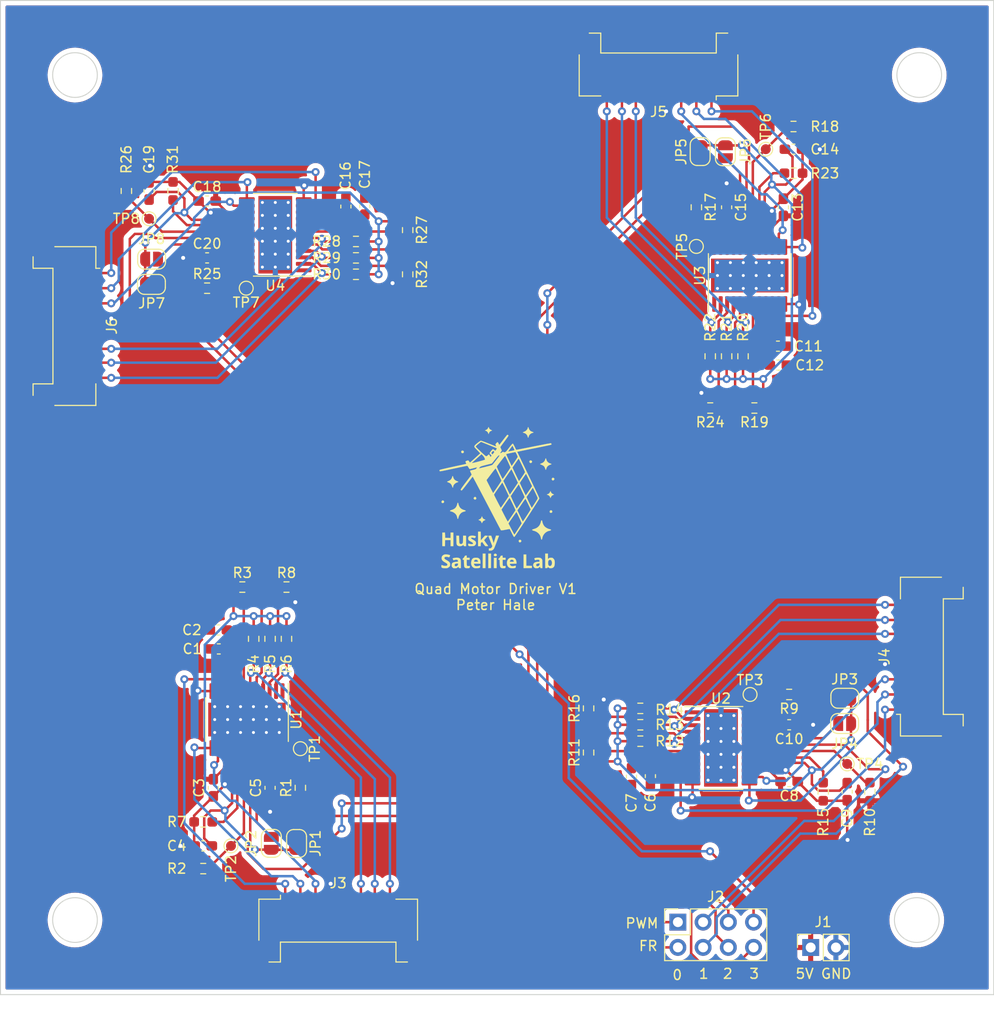
<source format=kicad_pcb>
(kicad_pcb (version 20211014) (generator pcbnew)
  (layers (0 "F.Cu" signal) (31 "B.Cu" signal) (34 "B.Paste" user) (35 "F.Paste" user) (36 "B.SilkS" user "B.Silkscreen") (37 "F.SilkS" user "F.Silkscreen") (38 "B.Mask" user) (39 "F.Mask" user) (44 "Edge.Cuts" user))
  (net 0 "")
  (net 1 "Net-(C1-Pad1)")
  (net 2 "Net-(C1-Pad2)")
  (net 3 "Net-(C5-Pad2)")
  (net 4 "Net-(C2-Pad2)")
  (net 5 "+5V")
  (net 6 "Net-(R7-Pad2)")
  (net 7 "/Single Driver 0/VINT")
  (net 8 "GND")
  (net 9 "Net-(C6-Pad1)")
  (net 10 "/PWM_0")
  (net 11 "/FR_0")
  (net 12 "/PWM_1")
  (net 13 "/FR_1")
  (net 14 "/PWM_2")
  (net 15 "/FR_2")
  (net 16 "/PWM_3")
  (net 17 "/FR_3")
  (net 18 "Net-(JP1-Pad2)")
  (net 19 "Net-(JP2-Pad2)")
  (net 20 "Net-(R1-Pad2)")
  (net 21 "Net-(R3-Pad2)")
  (net 23 "Net-(C6-Pad2)")
  (net 24 "Net-(C7-Pad2)")
  (net 25 "/Single Driver 1/VINT")
  (net 26 "Net-(C10-Pad2)")
  (net 27 "Net-(C11-Pad1)")
  (net 28 "Net-(C11-Pad2)")
  (net 29 "Net-(C12-Pad2)")
  (net 30 "/Single Driver 2/VINT")
  (net 31 "Net-(C15-Pad2)")
  (net 32 "Net-(C16-Pad1)")
  (net 33 "Net-(C16-Pad2)")
  (net 34 "Net-(C17-Pad2)")
  (net 35 "/Single Driver 3/VINT")
  (net 36 "Net-(C20-Pad2)")
  (net 37 "Net-(J3-Pad1)")
  (net 38 "Net-(J3-Pad2)")
  (net 39 "Net-(J3-Pad3)")
  (net 40 "Net-(J3-Pad6)")
  (net 41 "Net-(J3-Pad7)")
  (net 42 "Net-(J3-Pad8)")
  (net 44 "Net-(J4-Pad1)")
  (net 45 "Net-(J4-Pad2)")
  (net 46 "Net-(J4-Pad3)")
  (net 47 "Net-(J4-Pad6)")
  (net 48 "Net-(J4-Pad7)")
  (net 49 "Net-(J4-Pad8)")
  (net 51 "Net-(J5-Pad1)")
  (net 52 "Net-(J5-Pad2)")
  (net 53 "Net-(J5-Pad3)")
  (net 54 "Net-(J5-Pad6)")
  (net 55 "Net-(J5-Pad7)")
  (net 56 "Net-(J5-Pad8)")
  (net 58 "Net-(J6-Pad1)")
  (net 59 "Net-(J6-Pad2)")
  (net 60 "Net-(J6-Pad3)")
  (net 61 "Net-(J6-Pad6)")
  (net 62 "Net-(J6-Pad7)")
  (net 63 "Net-(J6-Pad8)")
  (net 65 "Net-(JP3-Pad2)")
  (net 66 "Net-(JP4-Pad2)")
  (net 67 "Net-(JP5-Pad2)")
  (net 68 "Net-(JP6-Pad2)")
  (net 69 "Net-(JP7-Pad2)")
  (net 70 "Net-(JP8-Pad2)")
  (net 71 "Net-(R2-Pad2)")
  (net 72 "Net-(R9-Pad2)")
  (net 73 "Net-(R10-Pad2)")
  (net 74 "Net-(R11-Pad2)")
  (net 75 "Net-(R15-Pad2)")
  (net 76 "Net-(R17-Pad2)")
  (net 77 "Net-(R18-Pad2)")
  (net 78 "Net-(R19-Pad2)")
  (net 79 "Net-(R23-Pad2)")
  (net 80 "Net-(R25-Pad2)")
  (net 81 "Net-(R26-Pad2)")
  (net 82 "Net-(R27-Pad2)")
  (net 83 "Net-(R31-Pad2)")
  (footprint "Package_SO:HTSSOP-24-1EP_4.4x7.8mm_P0.65mm_EP3.4x7.8mm_Mask2.4x4.68mm_ThermalVias" (layer "F.Cu") (at 47.61 43.942 180)
    (fp_text reference "U4")
    (fp_text value "DRV10970")
  )
  (footprint "Jumper:SolderJumper-2_P1.3mm_Open_RoundedPad1.0x1.5mm" (layer "F.Cu") (at 90.385 35.574 -90)
    (fp_text reference "JP5")
    (fp_text value "Jumper")
  )
  (footprint "Jumper:SolderJumper-2_P1.3mm_Open_RoundedPad1.0x1.5mm" (layer "F.Cu") (at 92.925 35.589 -90)
    (fp_text reference "JP6")
    (fp_text value "Jumper")
  )
  (footprint "TestPoint:TestPoint_Pad_D1.0mm" (layer "F.Cu") (at 34.904 42.33 180)
    (fp_text reference "TP8")
    (fp_text value "RD")
  )
  (footprint "Capacitor_SMD:C_0603_1608Metric_Pad1.08x0.95mm_HandSolder" (layer "F.Cu") (at 98.259 57.052 180)
    (fp_text reference "C12")
    (fp_text value "1uF 16V")
  )
  (footprint "Resistor_SMD:R_0603_1608Metric_Pad0.98x0.95mm_HandSolder" (layer "F.Cu") (at 79.154 96.027 90)
    (fp_text reference "R11")
    (fp_text value "10k")
  )
  (footprint "Connector_Molex:Molex_Pico-Lock_504050-0891_1x08-1MP_P1.50mm_Horizontal" (layer "F.Cu") (at 53.944 113.67)
    (fp_text reference "J3")
    (fp_text value "Conn_01x08_MountingPin")
  )
  (footprint "Capacitor_SMD:C_0603_1608Metric_Pad1.08x0.95mm_HandSolder" (layer "F.Cu") (at 98.216 55.148 180)
    (fp_text reference "C11")
    (fp_text value "0.1uF X7R")
  )
  (footprint "Capacitor_SMD:C_0603_1608Metric_Pad1.08x0.95mm_HandSolder" (layer "F.Cu") (at 99.347 93.233 180)
    (fp_text reference "C10")
    (fp_text value "1uF")
  )
  (footprint "Capacitor_SMD:C_0603_1608Metric_Pad1.08x0.95mm_HandSolder" (layer "F.Cu") (at 98.767 41.177 -90)
    (fp_text reference "C13")
    (fp_text value "10uF 25V")
  )
  (footprint "Resistor_SMD:R_0603_1608Metric_Pad0.98x0.95mm_HandSolder" (layer "F.Cu") (at 60.939 47.918 -90)
    (fp_text reference "R32")
    (fp_text value "10k")
  )
  (footprint "Resistor_SMD:R_0603_1608Metric_Pad0.98x0.95mm_HandSolder" (layer "F.Cu") (at 95.846 61.37 180)
    (fp_text reference "R19")
    (fp_text value "10k")
  )
  (footprint "Jumper:SolderJumper-2_P1.3mm_Open_RoundedPad1.0x1.5mm" (layer "F.Cu") (at 35.158 46.394)
    (fp_text reference "JP8")
    (fp_text value "Jumper")
  )
  (footprint "Connector_Molex:Molex_Pico-Lock_504050-0891_1x08-1MP_P1.50mm_Horizontal" (layer "F.Cu") (at 26.649 53.125 -90)
    (fp_text reference "J6")
    (fp_text value "Conn_01x08_MountingPin")
  )
  (footprint "Resistor_SMD:R_0603_1608Metric_Pad0.98x0.95mm_HandSolder" (layer "F.Cu") (at 99.783 33.049 180)
    (fp_text reference "R18")
    (fp_text value "3.3k")
  )
  (footprint "Capacitor_SMD:C_0603_1608Metric_Pad1.08x0.95mm_HandSolder" (layer "F.Cu") (at 54.717 41.103 -90)
    (fp_text reference "C16")
    (fp_text value "0.1uF X7R")
  )
  (footprint "Resistor_SMD:R_0603_1608Metric_Pad0.98x0.95mm_HandSolder" (layer "F.Cu") (at 84.361 93.233)
    (fp_text reference "R13")
    (fp_text value "3.3k")
  )
  (footprint "Resistor_SMD:R_0603_1608Metric_Pad0.98x0.95mm_HandSolder" (layer "F.Cu") (at 99.347 90.185 180)
    (fp_text reference "R9")
    (fp_text value "3.3k")
  )
  (footprint "Connector_PinSocket_2.54mm:PinSocket_2x04_P2.54mm_Vertical" (layer "F.Cu") (at 88.144 113.085 90)
    (fp_text reference "J2")
    (fp_text value "Conn_02x04_Odd_Even")
  )
  (footprint "Resistor_SMD:R_0603_1608Metric_Pad0.98x0.95mm_HandSolder" (layer "F.Cu") (at 55.732 46.267 180)
    (fp_text reference "R29")
    (fp_text value "3.3k")
  )
  (footprint "Resistor_SMD:R_0603_1608Metric_Pad0.98x0.95mm_HandSolder" (layer "F.Cu") (at 44.292 79.38)
    (fp_text reference "R3")
    (fp_text value "10k")
  )
  (footprint "Jumper:SolderJumper-2_P1.3mm_Open_RoundedPad1.0x1.5mm" (layer "F.Cu") (at 47.213 105.161 90)
    (fp_text reference "JP2")
    (fp_text value "Jumper")
  )
  (footprint "Capacitor_SMD:C_0603_1608Metric_Pad1.08x0.95mm_HandSolder" (layer "F.Cu") (at 47.086 99.573 90)
    (fp_text reference "C5")
    (fp_text value "1uF")
  )
  (footprint "Resistor_SMD:R_0603_1608Metric_Pad0.98x0.95mm_HandSolder" (layer "F.Cu") (at 60.939 43.473 -90)
    (fp_text reference "R27")
    (fp_text value "10k")
  )
  (footprint "TestPoint:TestPoint_Pad_D1.0mm" (layer "F.Cu") (at 95.41 90.185)
    (fp_text reference "TP3")
    (fp_text value "FG")
  )
  (footprint "Resistor_SMD:R_0603_1608Metric_Pad0.98x0.95mm_HandSolder" (layer "F.Cu") (at 91.401 61.37 180)
    (fp_text reference "R24")
    (fp_text value "10k")
  )
  (footprint "TestPoint:TestPoint_Pad_D1.0mm" (layer "F.Cu") (at 50.134 95.636 -90)
    (fp_text reference "TP1")
    (fp_text value "FG")
  )
  (footprint "TestPoint:TestPoint_Pad_D1.0mm" (layer "F.Cu") (at 90.004 45.114 90)
    (fp_text reference "TP5")
    (fp_text value "FG")
  )
  (footprint "Resistor_SMD:R_0603_1608Metric_Pad0.98x0.95mm_HandSolder" (layer "F.Cu") (at 94.703 56.163 90)
    (fp_text reference "R20")
    (fp_text value "3.3k")
  )
  (footprint "Resistor_SMD:R_0603_1608Metric_Pad0.98x0.95mm_HandSolder" (layer "F.Cu") (at 48.737 84.587 -90)
    (fp_text reference "R6")
    (fp_text value "3.3k")
  )
  (footprint "Jumper:SolderJumper-2_P1.3mm_Open_RoundedPad1.0x1.5mm" (layer "F.Cu") (at 35.143 48.934)
    (fp_text reference "JP7")
    (fp_text value "Jumper")
  )
  (footprint "Connector_Molex:Molex_Pico-Lock_504050-0891_1x08-1MP_P1.50mm_Horizontal" (layer "F.Cu") (at 113.444 86.375 90)
    (fp_text reference "J4")
    (fp_text value "Conn_01x08_MountingPin")
  )
  (footprint "Resistor_SMD:R_0603_1608Metric_Pad0.98x0.95mm_HandSolder" (layer "F.Cu") (at 45.435 84.587 -90)
    (fp_text reference "R4")
    (fp_text value "3.3k")
  )
  (footprint "Resistor_SMD:R_0603_1608Metric_Pad0.98x0.95mm_HandSolder" (layer "F.Cu") (at 40.355 103.002)
    (fp_text reference "R7")
    (fp_text value "24k")
  )
  (footprint "Resistor_SMD:R_0603_1608Metric_Pad0.98x0.95mm_HandSolder" (layer "F.Cu") (at 79.154 91.582 90)
    (fp_text reference "R16")
    (fp_text value "10k")
  )
  (footprint "Capacitor_SMD:C_0603_1608Metric_Pad1.08x0.95mm_HandSolder" (layer "F.Cu") (at 34.904 39.536 -90)
    (fp_text reference "C19")
    (fp_text value "2.2uF 10V")
  )
  (footprint "Jumper:SolderJumper-2_P1.3mm_Open_RoundedPad1.0x1.5mm" (layer "F.Cu") (at 49.753 105.176 90)
    (fp_text reference "JP1")
    (fp_text value "Jumper")
  )
  (footprint "HS2_parts:logo" (layer "F.Cu") (at 69.944 70.375)
    (fp_text reference "G***" hide)
    (fp_text value "LOGO" hide)
  )
  (footprint "Resistor_SMD:R_0603_1608Metric_Pad0.98x0.95mm_HandSolder" (layer "F.Cu") (at 102.776 99.964 90)
    (fp_text reference "R15")
    (fp_text value "24k")
  )
  (footprint "Connector_PinSocket_2.54mm:PinSocket_1x02_P2.54mm_Vertical" (layer "F.Cu") (at 101.513677 115.636684 90)
    (fp_text reference "J1")
    (fp_text value "Conn_01x02_Female")
  )
  (footprint "Capacitor_SMD:C_0603_1608Metric_Pad1.08x0.95mm_HandSolder" (layer "F.Cu") (at 40.746 40.552)
    (fp_text reference "C18")
    (fp_text value "10uF 25V")
  )
  (footprint "Capacitor_SMD:C_0603_1608Metric_Pad1.08x0.95mm_HandSolder" (layer "F.Cu") (at 41.879 83.698)
    (fp_text reference "C2")
    (fp_text value "1uF 16V")
  )
  (footprint "Package_SO:HTSSOP-24-1EP_4.4x7.8mm_P0.65mm_EP3.4x7.8mm_Mask2.4x4.68mm_ThermalVias" (layer "F.Cu") (at 95.377 48.041 90)
    (fp_text reference "U3")
    (fp_text value "DRV10970")
  )
  (footprint "Resistor_SMD:R_0603_1608Metric_Pad0.98x0.95mm_HandSolder" (layer "F.Cu") (at 91.401 56.163 90)
    (fp_text reference "R22")
    (fp_text value "3.3k")
  )
  (footprint "Resistor_SMD:R_0603_1608Metric_Pad0.98x0.95mm_HandSolder" (layer "F.Cu") (at 40.355 107.701)
    (fp_text reference "R2")
    (fp_text value "3.3k")
  )
  (footprint "Resistor_SMD:R_0603_1608Metric_Pad0.98x0.95mm_HandSolder" (layer "F.Cu") (at 37.317 39.536 -90)
    (fp_text reference "R31")
    (fp_text value "24k")
  )
  (footprint "Capacitor_SMD:C_0603_1608Metric_Pad1.08x0.95mm_HandSolder" (layer "F.Cu") (at 40.355 105.415)
    (fp_text reference "C4")
    (fp_text value "2.2uF 10V")
  )
  (footprint "Connector_Molex:Molex_Pico-Lock_504050-0891_1x08-1MP_P1.50mm_Horizontal" (layer "F.Cu") (at 86.194 27.08 180)
    (fp_text reference "J5")
    (fp_text value "Conn_01x08_MountingPin")
  )
  (footprint "Resistor_SMD:R_0603_1608Metric_Pad0.98x0.95mm_HandSolder" (layer "F.Cu") (at 47.086 84.587 -90)
    (fp_text reference "R5")
    (fp_text value "3.3k")
  )
  (footprint "Resistor_SMD:R_0603_1608Metric_Pad0.98x0.95mm_HandSolder" (layer "F.Cu") (at 93.052 56.163 90)
    (fp_text reference "R21")
    (fp_text value "3.3k")
  )
  (footprint "Resistor_SMD:R_0603_1608Metric_Pad0.98x0.95mm_HandSolder" (layer "F.Cu") (at 50.134 99.573 90)
    (fp_text reference "R1")
    (fp_text value "3.3k")
  )
  (footprint "Capacitor_SMD:C_0603_1608Metric_Pad1.08x0.95mm_HandSolder" (layer "F.Cu") (at 41.922 85.602)
    (fp_text reference "C1")
    (fp_text value "0.1uF X7R")
  )
  (footprint "TestPoint:TestPoint_Pad_D1.0mm" (layer "F.Cu") (at 105.189 97.17)
    (fp_text reference "TP4")
    (fp_text value "RD")
  )
  (footprint "Resistor_SMD:R_0603_1608Metric_Pad0.98x0.95mm_HandSolder" (layer "F.Cu") (at 32.618 39.536 -90)
    (fp_text reference "R26")
    (fp_text value "3.3k")
  )
  (footprint "Capacitor_SMD:C_0603_1608Metric_Pad1.08x0.95mm_HandSolder" (layer "F.Cu") (at 83.472 98.44 90)
    (fp_text reference "C7")
    (fp_text value "1uF 16V")
  )
  (footprint "Package_SO:HTSSOP-24-1EP_4.4x7.8mm_P0.65mm_EP3.4x7.8mm_Mask2.4x4.68mm_ThermalVias" (layer "F.Cu") (at 44.761 92.709 -90)
    (fp_text reference "U1")
    (fp_text value "DRV10970")
  )
  (footprint "Jumper:SolderJumper-2_P1.3mm_Open_RoundedPad1.0x1.5mm" (layer "F.Cu") (at 104.95 90.566 180)
    (fp_text reference "JP3")
    (fp_text value "Jumper")
  )
  (footprint "TestPoint:TestPoint_Pad_D1.0mm" (layer "F.Cu") (at 96.989 35.335 90)
    (fp_text reference "TP6")
    (fp_text value "RD")
  )
  (footprint "Capacitor_SMD:C_0603_1608Metric_Pad1.08x0.95mm_HandSolder" (layer "F.Cu") (at 41.371 99.573 90)
    (fp_text reference "C3")
    (fp_text value "10uF 25V")
  )
  (footprint "Resistor_SMD:R_0603_1608Metric_Pad0.98x0.95mm_HandSolder" (layer "F.Cu") (at 55.732 47.918 180)
    (fp_text reference "R30")
    (fp_text value "3.3k")
  )
  (footprint "Capacitor_SMD:C_0603_1608Metric_Pad1.08x0.95mm_HandSolder" (layer "F.Cu") (at 105.189 99.964 90)
    (fp_text reference "C9")
    (fp_text value "2.2uF 10V")
  )
  (footprint "TestPoint:TestPoint_Pad_D1.0mm" (layer "F.Cu") (at 44.683 49.315 180)
    (fp_text reference "TP7")
    (fp_text value "FG")
  )
  (footprint "Resistor_SMD:R_0603_1608Metric_Pad0.98x0.95mm_HandSolder" (layer "F.Cu") (at 107.475 99.964 90)
    (fp_text reference "R10")
    (fp_text value "3.3k")
  )
  (footprint "Capacitor_SMD:C_0603_1608Metric_Pad1.08x0.95mm_HandSolder" (layer "F.Cu") (at 99.783 35.335 180)
    (fp_text reference "C14")
    (fp_text value "2.2uF 10V")
  )
  (footprint "Resistor_SMD:R_0603_1608Metric_Pad0.98x0.95mm_HandSolder" (layer "F.Cu") (at 84.361 94.884)
    (fp_text reference "R12")
    (fp_text value "3.3k")
  )
  (footprint "Resistor_SMD:R_0603_1608Metric_Pad0.98x0.95mm_HandSolder" (layer "F.Cu") (at 48.737 79.38)
    (fp_text reference "R8")
    (fp_text value "10k")
  )
  (footprint "Resistor_SMD:R_0603_1608Metric_Pad0.98x0.95mm_HandSolder" (layer "F.Cu") (at 84.361 91.582)
    (fp_text reference "R14")
    (fp_text value "3.3k")
  )
  (footprint "Jumper:SolderJumper-2_P1.3mm_Open_RoundedPad1.0x1.5mm" (layer "F.Cu") (at 104.935 93.106 180)
    (fp_text reference "JP4")
    (fp_text value "Jumper")
  )
  (footprint "Package_SO:HTSSOP-24-1EP_4.4x7.8mm_P0.65mm_EP3.4x7.8mm_Mask2.4x4.68mm_ThermalVias" (layer "F.Cu") (at 92.483 95.558)
    (fp_text reference "U2")
    (fp_text value "DRV10970")
  )
  (footprint "Capacitor_SMD:C_0603_1608Metric_Pad1.08x0.95mm_HandSolder" (layer "F.Cu") (at 99.347 98.948 180)
    (fp_text reference "C8")
    (fp_text value "10uF 25V")
  )
  (footprint "Resistor_SMD:R_0603_1608Metric_Pad0.98x0.95mm_HandSolder" (layer "F.Cu") (at 55.732 44.616 180)
    (fp_text reference "R28")
    (fp_text value "3.3k")
  )
  (footprint "Capacitor_SMD:C_0603_1608Metric_Pad1.08x0.95mm_HandSolder" (layer "F.Cu") (at 56.621 41.06 -90)
    (fp_text reference "C17")
    (fp_text value "1uF 16V")
  )
  (footprint "Resistor_SMD:R_0603_1608Metric_Pad0.98x0.95mm_HandSolder" (layer "F.Cu") (at 40.746 49.315)
    (fp_text reference "R25")
    (fp_text value "3.3k")
  )
  (footprint "Capacitor_SMD:C_0603_1608Metric_Pad1.08x0.95mm_HandSolder" (layer "F.Cu") (at 85.376 98.397 90)
    (fp_text reference "C6")
    (fp_text value "0.1uF X7R")
  )
  (footprint "TestPoint:TestPoint_Pad_D1.0mm" (layer "F.Cu") (at 43.149 105.415 -90)
    (fp_text reference "TP2")
    (fp_text value "RD")
  )
  (footprint "Resistor_SMD:R_0603_1608Metric_Pad0.98x0.95mm_HandSolder" (layer "F.Cu") (at 99.783 37.748 180)
    (fp_text reference "R23")
    (fp_text value "24k")
  )
  (footprint "Capacitor_SMD:C_0603_1608Metric_Pad1.08x0.95mm_HandSolder" (layer "F.Cu") (at 40.746 46.267)
    (fp_text reference "C20")
    (fp_text value "1uF")
  )
  (footprint "Capacitor_SMD:C_0603_1608Metric_Pad1.08x0.95mm_HandSolder" (layer "F.Cu") (at 93.052 41.177 -90)
    (fp_text reference "C15")
    (fp_text value "1uF")
  )
  (footprint "Resistor_SMD:R_0603_1608Metric_Pad0.98x0.95mm_HandSolder" (layer "F.Cu") (at 90.004 41.177 -90)
    (fp_text reference "R17")
    (fp_text value "3.3k")
  )
  (gr_line (start 19.944 120.375) (end 19.944 20.375) (layer "Edge.Cuts") (width 0.1))
  (gr_circle (center 27.444 27.875) (end 27.444 30.125) (layer "Edge.Cuts") (width 0.1) (fill none))
  (gr_line (start 119.944 20.375) (end 119.944 120.375) (layer "Edge.Cuts") (width 0.1))
  (gr_circle (center 112.194 112.875) (end 112.194 115.125) (layer "Edge.Cuts") (width 0.1) (fill none))
  (gr_circle (center 112.444 27.875) (end 112.444 30.125) (layer "Edge.Cuts") (width 0.1) (fill none))
  (gr_circle (center 27.444 112.875) (end 27.444 115.125) (layer "Edge.Cuts") (width 0.1) (fill none))
  (gr_line (start 119.944 120.375) (end 19.944 120.375) (layer "Edge.Cuts") (width 0.1))
  (gr_line (start 19.944 20.375) (end 119.944 20.375) (layer "Edge.Cuts") (width 0.1))
  (gr_text "1\n" (at 90.748 118.278) (layer "F.SilkS") (effects (font (size 1 1))))
  (gr_text "2\n" (at 93.161 118.278) (layer "F.SilkS") (effects (font (size 1 1))))
  (gr_text "GND" (at 104.083 118.278) (layer "F.SilkS") (effects (font (size 1 1))))
  (gr_text "PWM" (at 84.525 113.198) (layer "F.SilkS") (effects (font (size 1 1))))
  (gr_text "FR" (at 85.16 115.484) (layer "F.SilkS") (effects (font (size 1 1))))
  (gr_text "0" (at 88.081 118.405) (layer "F.SilkS") (effects (font (size 1 1))))
  (gr_text "Quad Motor Driver V1\nPeter Hale" (at 69.793 80.375) (layer "F.SilkS") (effects (font (size 1 1))))
  (gr_text "3" (at 95.828 118.278) (layer "F.SilkS") (effects (font (size 1 1))))
  (gr_text "5V" (at 100.908 118.278) (layer "F.SilkS") (effects (font (size 1 1))))
  (segment (start 42.486 89.8465) (end 42.486 87.0285) (width 0.25) (layer "F.Cu") (net 1))
  (segment (start 42.486 87.0285) (end 41.0595 85.602) (width 0.25) (layer "F.Cu") (net 1))
  (segment (start 43.136 85.9535) (end 42.7845 85.602) (width 0.25) (layer "F.Cu") (net 2))
  (segment (start 43.136 89.8465) (end 43.136 85.9535) (width 0.25) (layer "F.Cu") (net 2))
  (segment (start 47.036 98.6605) (end 47.086 98.7105) (width 0.25) (layer "F.Cu") (net 3))
  (segment (start 47.036 95.5715) (end 47.036 98.6605) (width 0.25) (layer "F.Cu") (net 3))
  (segment (start 43.786 89.8465) (end 43.786 84.7425) (width 0.25) (layer "F.Cu") (net 4))
  (segment (start 43.786 84.7425) (end 42.7415 83.698) (width 0.25) (layer "F.Cu") (net 4))
  (segment (start 42.7235 41.667) (end 41.6085 40.552) (width 0.25) (layer "F.Cu") (net 5))
  (segment (start 97.3695 97.833) (end 98.4845 98.948) (width 0.25) (layer "F.Cu") (net 5))
  (segment (start 42.486 97.5955) (end 41.371 98.7105) (width 0.25) (layer "F.Cu") (net 5))
  (segment (start 44.7475 41.667) (end 42.7235 41.667) (width 0.25) (layer "F.Cu") (net 5))
  (segment (start 97.652 45.1785) (end 97.652 43.1545) (width 0.25) (layer "F.Cu") (net 5))
  (segment (start 97.652 43.1545) (end 98.767 42.0395) (width 0.25) (layer "F.Cu") (net 5))
  (segment (start 95.3455 97.833) (end 97.3695 97.833) (width 0.25) (layer "F.Cu") (net 5))
  (segment (start 42.486 95.5715) (end 42.486 97.5955) (width 0.25) (layer "F.Cu") (net 5))
  (segment (start 43.786 101.612305) (end 42.396305 103.002) (width 0.25) (layer "F.Cu") (net 6))
  (segment (start 43.786 95.5715) (end 43.786 101.612305) (width 0.25) (layer "F.Cu") (net 6))
  (segment (start 42.396305 103.002) (end 41.2675 103.002) (width 0.25) (layer "F.Cu") (net 6))
  (segment (start 41.2175 105.415) (end 40.455 104.6525) (width 0.25) (layer "F.Cu") (net 7))
  (segment (start 43.403 79.4035) (end 43.3795 79.38) (width 0.25) (layer "F.Cu") (net 7))
  (segment (start 47.086 83.6745) (end 47.086 82.301) (width 0.25) (layer "F.Cu") (net 7))
  (segment (start 40.455 104.6525) (end 40.455 102.521) (width 0.25) (layer "F.Cu") (net 7))
  (segment (start 49.738 105.811) (end 49.753 105.826) (width 0.25) (layer "F.Cu") (net 7))
  (segment (start 43.136 96.983505) (end 43.256549 97.104054) (width 0.25) (layer "F.Cu") (net 7))
  (segment (start 47.198 105.796) (end 47.213 105.811) (width 0.25) (layer "F.Cu") (net 7))
  (segment (start 48.737 83.6745) (end 48.737 82.301) (width 0.25) (layer "F.Cu") (net 7))
  (segment (start 43.136 95.5715) (end 43.136 96.983505) (width 0.25) (layer "F.Cu") (net 7))
  (segment (start 43.256549 97.104054) (end 43.256549 101.116451) (width 0.25) (layer "F.Cu") (net 7))
  (segment (start 47.213 105.811) (end 49.738 105.811) (width 0.25) (layer "F.Cu") (net 7))
  (segment (start 42.514 101.859) (end 41.117 101.859) (width 0.25) (layer "F.Cu") (net 7))
  (segment (start 45.435 83.6745) (end 45.435 82.301) (width 0.25) (layer "F.Cu") (net 7))
  (segment (start 43.403 82.301) (end 43.403 79.4035) (width 0.25) (layer "F.Cu") (net 7))
  (segment (start 45.562 105.796) (end 47.198 105.796) (width 0.25) (layer "F.Cu") (net 7))
  (segment (start 41.117 101.859) (end 40.455 102.521) (width 0.25) (layer "F.Cu") (net 7))
  (segment (start 43.256549 101.116451) (end 42.514 101.859) (width 0.25) (layer "F.Cu") (net 7))
  (via (at 42.514 101.859) (size 0.8) (drill 0.4) (layers "F.Cu" "B.Cu") (net 7))
  (via (at 48.737 82.301) (size 0.8) (drill 0.4) (layers "F.Cu" "B.Cu") (net 7))
  (via (at 45.562 105.796) (size 0.8) (drill 0.4) (layers "F.Cu" "B.Cu") (net 7))
  (via (at 45.435 82.301) (size 0.8) (drill 0.4) (layers "F.Cu" "B.Cu") (net 7))
  (via (at 47.086 82.301) (size 0.8) (drill 0.4) (layers "F.Cu" "B.Cu") (net 7))
  (via (at 43.403 82.301) (size 0.8) (drill 0.4) (layers "F.Cu" "B.Cu") (net 7))
  (segment (start 42.514 101.859) (end 42.26 101.605) (width 0.25) (layer "B.Cu") (net 7))
  (segment (start 42.250695 101.605) (end 40.519 99.873305) (width 0.25) (layer "B.Cu") (net 7))
  (segment (start 42.590206 102.824913) (end 42.590206 101.935206) (width 0.25) (layer "B.Cu") (net 7))
  (segment (start 40.519 99.873305) (end 40.519 85.185) (width 0.25) (layer "B.Cu") (net 7))
  (segment (start 43.403 82.301) (end 45.435 82.301) (width 0.25) (layer "B.Cu") (net 7))
  (segment (start 47.086 82.301) (end 48.737 82.301) (width 0.25) (layer "B.Cu") (net 7))
  (segment (start 42.590913 102.824913) (end 42.590206 102.824913) (width 0.25) (layer "B.Cu") (net 7))
  (segment (start 43.276 103.51) (end 45.562 105.796) (width 0.25) (layer "B.Cu") (net 7))
  (segment (start 40.519 85.185) (end 43.403 82.301) (width 0.25) (layer "B.Cu") (net 7))
  (segment (start 43.276 103.51) (end 42.590913 102.824913) (width 0.25) (layer "B.Cu") (net 7))
  (segment (start 42.26 101.605) (end 42.250695 101.605) (width 0.25) (layer "B.Cu") (net 7))
  (segment (start 42.590206 101.935206) (end 42.514 101.859) (width 0.25) (layer "B.Cu") (net 7))
  (segment (start 45.435 82.301) (end 47.086 82.301) (width 0.25) (layer "B.Cu") (net 7))
  (segment (start 37.955 38.6235) (end 39.8835 40.552) (width 0.25) (layer "F.Cu") (net 8))
  (segment (start 100.6955 37.748) (end 100.6955 35.385) (width 0.25) (layer "F.Cu") (net 8))
  (segment (start 39.4425 103.002) (end 39.4425 105.365) (width 0.25) (layer "F.Cu") (net 8))
  (segment (start 53.194 109.237) (end 53.182 109.225) (width 0.25) (layer "F.Cu") (net 8))
  (segment (start 34.904 37.089) (end 34.995 36.998) (width 0.25) (layer "F.Cu") (net 8))
  (segment (start 49.6495 80.8805) (end 49.626 80.904) (width 0.25) (layer "F.Cu") (net 8))
  (segment (start 53.194 110.875) (end 53.194 109.237) (width 0.25) (layer "F.Cu") (net 8))
  (segment (start 98.983549 97.787451) (end 99.048951 97.787451) (width 0.25) (layer "F.Cu") (net 8))
  (segment (start 99.048951 97.787451) (end 100.2095 98.948) (width 0.25) (layer "F.Cu") (net 8))
  (segment (start 102.42 35.335) (end 102.432 35.347) (width 0.25) (layer "F.Cu") (net 8))
  (segment (start 100.6455 35.335) (end 102.42 35.335) (width 0.25) (layer "F.Cu") (net 8))
  (segment (start 39.8835 46.267) (end 38.333 46.267) (width 0.25) (layer "F.Cu") (net 8))
  (segment (start 110.649 87.125) (end 109.011 87.125) (width 0.25) (layer "F.Cu") (net 8))
  (segment (start 47.086 100.4355) (end 47.086 101.986) (width 0.25) (layer "F.Cu") (net 8))
  (segment (start 90.4885 61.37) (end 90.4885 59.8695) (width 0.25) (layer "F.Cu") (net 8))
  (segment (start 39.847 89.8465) (end 39.7945 89.794) (width 0.25) (layer "F.Cu") (net 8))
  (segment (start 29.444 52.375) (end 31.082 52.375) (width 0.25) (layer "F.Cu") (net 8))
  (segment (start 39.4425 102.364) (end 41.371 100.4355) (width 0.25) (layer "F.Cu") (net 8))
  (segment (start 37.317 38.6235) (end 37.955 38.6235) (width 0.25) (layer "F.Cu") (net 8))
  (segment (start 105.189 104.779) (end 105.226 104.816) (width 0.25) (layer "F.Cu") (net 8))
  (segment (start 34.954 38.6235) (end 34.904 38.6735) (width 0.25) (layer "F.Cu") (net 8))
  (segment (start 102.776 100.8765) (end 105.139 100.8765) (width 0.25) (layer "F.Cu") (net 8))
  (segment (start 50.4725 39.028) (end 50.525 38.9755) (width 0.25) (layer "F.Cu") (net 8))
  (segment (start 39.4425 105.365) (end 39.4925 105.415) (width 0.25) (layer "F.Cu") (net 8))
  (segment (start 39.4925 105.415) (end 38.069 105.415) (width 0.25) (layer "F.Cu") (net 8))
  (segment (start 37.317 38.6235) (end 34.954 38.6235) (width 0.25) (layer "F.Cu") (net 8))
  (segment (start 102.776 100.8765) (end 102.138 100.8765) (width 0.25) (layer "F.Cu") (net 8))
  (segment (start 41.186 89.8465) (end 39.847 89.8465) (width 0.25) (layer "F.Cu") (net 8))
  (segment (start 97.606451 41.540451) (end 97.606451 41.475049) (width 0.25) (layer "F.Cu") (net 8))
  (segment (start 42.531549 99.274951) (end 41.371 100.4355) (width 0.25) (layer "F.Cu") (net 8))
  (segment (start 100.6955 35.385) (end 100.6455 35.335) (width 0.25) (layer "F.Cu") (net 8))
  (segment (start 79.154 90.6695) (end 80.6545 90.6695) (width 0.25) (layer "F.Cu") (net 8))
  (segment (start 80.6545 90.6695) (end 80.678 90.693) (width 0.25) (layer "F.Cu") (net 8))
  (segment (start 49.6495 79.38) (end 49.6495 80.8805) (width 0.25) (layer "F.Cu") (net 8))
  (segment (start 102.138 100.8765) (end 100.2095 98.948) (width 0.25) (layer "F.Cu") (net 8))
  (segment (start 100.291 50.9035) (end 100.3435 50.956) (width 0.25) (layer "F.Cu") (net 8))
  (segment (start 86.944 29.875) (end 86.944 31.513) (width 0.25) (layer "F.Cu") (net 8))
  (segment (start 89.6205 99.133) (end 89.6205 100.472) (width 0.25) (layer "F.Cu") (net 8))
  (segment (start 41.044049 41.712549) (end 39.8835 40.552) (width 0.25) (layer "F.Cu") (net 8))
  (segment (start 109.011 87.125) (end 108.999 87.137) (width 0.25) (layer "F.Cu") (net 8))
  (segment (start 86.944 31.513) (end 86.956 31.525) (width 0.25) (layer "F.Cu") (net 8))
  (segment (start 31.082 52.375) (end 31.094 52.363) (width 0.25) (layer "F.Cu") (net 8))
  (segment (start 89.6205 100.472) (end 89.568 100.5245) (width 0.25) (layer "F.Cu") (net 8))
  (segment (start 105.139 100.8765) (end 105.189 100.8265) (width 0.25) (layer "F.Cu") (net 8))
  (segment (start 105.189 103.382) (end 105.189 104.779) (width 0.25) (layer "F.Cu") (net 8))
  (segment (start 98.952 50.9035) (end 100.291 50.9035) (width 0.25) (layer "F.Cu") (net 8))
  (segment (start 39.4425 103.002) (end 39.4425 102.364) (width 0.25) (layer "F.Cu") (net 8))
  (segment (start 105.189 100.8265) (end 105.189 103.382) (width 0.25) (layer "F.Cu") (net 8))
  (segment (start 42.531549 99.209549) (end 42.531549 99.274951) (width 0.25) (layer "F.Cu") (net 8))
  (segment (start 100.6955 37.748) (end 100.6955 38.386) (width 0.25) (layer "F.Cu") (net 8))
  (segment (start 90.4885 59.8695) (end 90.512 59.846) (width 0.25) (layer "F.Cu") (net 8))
  (segment (start 93.052 40.3145) (end 93.052 38.764) (width 0.25) (layer "F.Cu") (net 8))
  (segment (start 100.2095 93.233) (end 101.76 93.233) (width 0.25) (layer "F.Cu") (net 8))
  (segment (start 41.109451 41.712549) (end 41.044049 41.712549) (width 0.25) (layer "F.Cu") (net 8))
  (segment (start 97.606451 41.475049) (end 98.767 40.3145) (width 0.25) (layer "F.Cu") (net 8))
  (segment (start 34.904 38.6735) (end 34.904 37.089) (width 0.25) (layer "F.Cu") (net 8))
  (segment (start 100.6955 38.386) (end 98.767 40.3145) (width 0.25) (layer "F.Cu") (net 8))
  (segment (start 60.939 48.8305) (end 59.4385 48.8305) (width 0.25) (layer "F.Cu") (net 8))
  (segment (start 50.4725 40.367) (end 50.4725 39.028) (width 0.25) (layer "F.Cu") (net 8))
  (segment (start 59.4385 48.8305) (end 59.415 48.807) (width 0.25) (layer "F.Cu") (net 8))
  (via (at 49.626 80.904) (size 0.8) (drill 0.4) (layers "F.Cu" "B.Cu") (net 8))
  (via (at 100.3435 50.956) (size 0.8) (drill 0.4) (layers "F.Cu" "B.Cu") (net 8))
  (via (at 42.531549 99.209549) (size 0.8) (drill 0.4) (layers "F.Cu" "B.Cu") (net 8))
  (via (at 31.094 52.363) (size 0.8) (drill 0.4) (layers "F.Cu" "B.Cu") (net 8))
  (via (at 59.415 48.807) (size 0.8) (drill 0.4) (layers "F.Cu" "B.Cu") (net 8))
  (via (at 86.956 31.525) (size 0.8) (drill 0.4) (layers "F.Cu" "B.Cu") (net 8))
  (via (at 50.525 38.9755) (size 0.8) (drill 0.4) (layers "F.Cu" "B.Cu") (net 8))
  (via (at 38.069 105.415) (size 0.8) (drill 0.4) (layers "F.Cu" "B.Cu") (net 8))
  (via (at 39.7945 89.794) (size 0.8) (drill 0.4) (layers "F.Cu" "B.Cu") (net 8))
  (via (at 41.109451 41.712549) (size 0.8) (drill 0.4) (layers "F.Cu" "B.Cu") (net 8))
  (via (at 53.182 109.225) (size 0.8) (drill 0.4) (layers "F.Cu" "B.Cu") (net 8))
  (via (at 108.999 87.137) (size 0.8) (drill 0.4) (layers "F.Cu" "B.Cu") (net 8))
  (via (at 34.995 36.998) (size 0.8) (drill 0.4) (layers "F.Cu" "B.Cu") (net 8))
  (via (at 90.512 59.846) (size 0.8) (drill 0.4) (layers "F.Cu" "B.Cu") (net 8))
  (via (at 80.678 90.693) (size 0.8) (drill 0.4) (layers "F.Cu" "B.Cu") (net 8))
  (via (at 98.983549 97.787451) (size 0.8) (drill 0.4) (layers "F.Cu" "B.Cu") (net 8))
  (via (at 93.052 38.764) (size 0.8) (drill 0.4) (layers "F.Cu" "B.Cu") (net 8))
  (via (at 89.568 100.5245) (size 0.8) (drill 0.4) (layers "F.Cu" "B.Cu") (net 8))
  (via (at 101.76 93.233) (size 0.8) (drill 0.4) (layers "F.Cu" "B.Cu") (net 8))
  (via (at 38.333 46.267) (size 0.8) (drill 0.4) (layers "F.Cu" "B.Cu") (net 8))
  (via (at 47.086 101.986) (size 0.8) (drill 0.4) (layers "F.Cu" "B.Cu") (net 8))
  (via (at 105.226 104.816) (size 0.8) (drill 0.4) (layers "F.Cu" "B.Cu") (net 8))
  (via (at 102.432 35.347) (size 0.8) (drill 0.4) (layers "F.Cu" "B.Cu") (net 8))
  (via (at 97.606451 41.540451) (size 0.8) (drill 0.4) (layers "F.Cu" "B.Cu") (net 8))
  (segment (start 86.8025 97.833) (end 85.376 99.2595) (width 0.25) (layer "F.Cu") (net 9))
  (segment (start 89.6205 97.833) (end 86.8025 97.833) (width 0.25) (layer "F.Cu") (net 9))
  (segment (start 44.837 105.832) (end 44.837 106.149) (width 0.25) (layer "F.Cu") (net 10))
  (segment (start 45.086 95.5715) (end 45.086 105.246695) (width 0.25) (layer "F.Cu") (net 10))
  (segment (start 44.837 106.149) (end 46.425 107.737) (width 0.25) (layer "F.Cu") (net 10))
  (segment (start 44.837 105.495695) (end 44.837 105.832) (width 0.25) (layer "F.Cu") (net 10))
  (segment (start 45.086 105.246695) (end 44.837 105.495695) (width 0.25) (layer "F.Cu") (net 10))
  (segment (start 54.299 101.133) (end 62.808 101.133) (width 0.25) (layer "F.Cu") (net 10))
  (segment (start 74.76 113.085) (end 88.144 113.085) (width 0.25) (layer "F.Cu") (net 10))
  (segment (start 62.808 101.133) (end 74.76 113.085) (width 0.25) (layer "F.Cu") (net 10))
  (segment (start 50.235 107.737) (end 54.299 103.673) (width 0.25) (layer "F.Cu") (net 10))
  (segment (start 46.425 107.737) (end 50.235 107.737) (width 0.25) (layer "F.Cu") (net 10))
  (via (at 54.299 103.673) (size 0.8) (drill 0.4) (layers "F.Cu" "B.Cu") (net 10))
  (via (at 54.299 101.133) (size 0.8) (drill 0.4) (layers "F.Cu" "B.Cu") (net 10))
  (segment (start 54.299 103.673) (end 54.299 101.133) (width 0.25) (layer "B.Cu") (net 10))
  (segment (start 47.686 96.552) (end 48.584 97.45) (width 0.25) (layer "F.Cu") (net 11))
  (segment (start 48.584 101.387) (end 49.6 102.403) (width 0.25) (layer "F.Cu") (net 11))
  (segment (start 48.584 97.45) (end 48.584 101.387) (width 0.25) (layer "F.Cu") (net 11))
  (segment (start 49.6 102.403) (end 62.3 102.403) (width 0.25) (layer "F.Cu") (net 11))
  (segment (start 47.686 95.5715) (end 47.686 96.552) (width 0.25) (layer "F.Cu") (net 11))
  (segment (start 62.3 102.403) (end 75.522 115.625) (width 0.25) (layer "F.Cu") (net 11))
  (segment (start 75.522 115.625) (end 88.144 115.625) (width 0.25) (layer "F.Cu") (net 11))
  (segment (start 95.3455 95.233) (end 104.914 95.233) (width 0.25) (layer "F.Cu") (net 12))
  (segment (start 107.385 97.704) (end 109.036 97.704) (width 0.25) (layer "F.Cu") (net 12))
  (segment (start 104.914 95.233) (end 105.607 95.926) (width 0.25) (layer "F.Cu") (net 12))
  (segment (start 105.607 95.926) (end 107.385 97.704) (width 0.25) (layer "F.Cu") (net 12))
  (via (at 109.036 97.704) (size 0.8) (drill 0.4) (layers "F.Cu" "B.Cu") (net 12))
  (segment (start 109.036 97.704) (end 103.829 102.911) (width 0.25) (layer "B.Cu") (net 12))
  (segment (start 103.829 102.911) (end 100.858 102.911) (width 0.25) (layer "B.Cu") (net 12))
  (segment (start 100.858 102.911) (end 90.684 113.085) (width 0.25) (layer "B.Cu") (net 12))
  (segment (start 102.305 89.83) (end 103.194 88.941) (width 0.25) (layer "F.Cu") (net 13))
  (segment (start 101.162 91.735) (end 102.051 90.846) (width 0.25) (layer "F.Cu") (net 13))
  (segment (start 97.86 91.735) (end 100.273 91.735) (width 0.25) (layer "F.Cu") (net 13))
  (segment (start 102.051 90.846) (end 102.305 90.592) (width 0.25) (layer "F.Cu") (net 13))
  (segment (start 102.305 90.592) (end 102.305 89.83) (width 0.25) (layer "F.Cu") (net 13))
  (segment (start 107.258 93.894) (end 110.814 97.45) (width 0.25) (layer "F.Cu") (net 13))
  (segment (start 105.48 88.941) (end 106.115 88.941) (width 0.25) (layer "F.Cu") (net 13))
  (segment (start 100.273 91.735) (end 101.162 91.735) (width 0.25) (layer "F.Cu") (net 13))
  (segment (start 103.194 88.941) (end 105.48 88.941) (width 0.25) (layer "F.Cu") (net 13))
  (segment (start 106.115 88.941) (end 107.004 89.83) (width 0.25) (layer "F.Cu") (net 13))
  (segment (start 107.258 92.751) (end 107.258 93.894) (width 0.25) (layer "F.Cu") (net 13))
  (segment (start 96.962 92.633) (end 97.86 91.735) (width 0.25) (layer "F.Cu") (net 13))
  (segment (start 95.3455 92.633) (end 96.962 92.633) (width 0.25) (layer "F.Cu") (net 13))
  (segment (start 107.004 89.83) (end 107.258 90.084) (width 0.25) (layer "F.Cu") (net 13))
  (segment (start 107.258 90.084) (end 107.258 92.751) (width 0.25) (layer "F.Cu") (net 13))
  (via (at 110.814 97.45) (size 0.8) (drill 0.4) (layers "F.Cu" "B.Cu") (net 13))
  (segment (start 110.814 97.45) (end 104.083 104.181) (width 0.25) (layer "B.Cu") (net 13))
  (segment (start 92.049 112.598299) (end 92.049 114.26) (width 0.25) (layer "B.Cu") (net 13))
  (segment (start 104.083 104.181) (end 100.466299 104.181) (width 0.25) (layer "B.Cu") (net 13))
  (segment (start 100.466299 104.181) (end 92.049 112.598299) (width 0.25) (layer "B.Cu") (net 13))
  (segment (start 92.049 114.26) (end 90.684 115.625) (width 0.25) (layer "B.Cu") (net 13))
  (segment (start 75 99.355) (end 75 89.576) (width 0.25) (layer "F.Cu") (net 14))
  (segment (start 95.301 36.382) (end 95.052 36.631) (width 0.25) (layer "F.Cu") (net 14))
  (segment (start 93.224 111.882919) (end 89.205081 107.864) (width 0.25) (layer "F.Cu") (net 14))
  (segment (start 85.16 107.864) (end 83.509 107.864) (width 0.25) (layer "F.Cu") (net 14))
  (segment (start 93.708305 33.061) (end 95.301 34.653695) (width 0.25) (layer "F.Cu") (net 14))
  (segment (start 89.224 33.061) (end 93.708305 33.061) (width 0.25) (layer "F.Cu") (net 14))
  (segment (start 75 86.909) (end 75 53) (width 0.25) (layer "F.Cu") (net 14))
  (segment (start 89.205081 107.864) (end 85.16 107.864) (width 0.25) (layer "F.Cu") (net 14))
  (segment (start 95.052 36.631) (end 95.052 45.1785) (width 0.25) (layer "F.Cu") (net 14))
  (segment (start 93.224 113.085) (end 93.224 111.882919) (width 0.25) (layer "F.Cu") (net 14))
  (segment (start 89.224 35.601) (end 89.224 33.061) (width 0.25) (layer "F.Cu") (net 14))
  (segment (start 95.301 34.653695) (end 95.301 36.382) (width 0.25) (layer "F.Cu") (net 14))
  (segment (start 78.81 103.165) (end 75 99.355) (width 0.25) (layer "F.Cu") (net 14))
  (segment (start 83.509 107.864) (end 78.81 103.165) (width 0.25) (layer "F.Cu") (net 14))
  (segment (start 75 89.576) (end 75 86.909) (width 0.25) (layer "F.Cu") (net 14))
  (segment (start 75 49.825) (end 89.224 35.601) (width 0.25) (layer "F.Cu") (net 14))
  (via (at 75 49.825) (size 0.8) (drill 0.4) (layers "F.Cu" "B.Cu") (net 14))
  (via (at 75 53) (size 0.8) (drill 0.4) (layers "F.Cu" "B.Cu") (net 14))
  (segment (start 75 53) (end 75 49.825) (width 0.25) (layer "B.Cu") (net 14))
  (segment (start 73.984 99.736) (end 83.001 108.753) (width 0.25) (layer "F.Cu") (net 15))
  (segment (start 91.51 39.538) (end 90.621 38.649) (width 0.25) (layer "F.Cu") (net 15))
  (segment (start 83.001 108.753) (end 88.843 108.753) (width 0.25) (layer "F.Cu") (net 15))
  (segment (start 91.933778 114.334778) (end 93.224 115.625) (width 0.25) (layer "F.Cu") (net 15))
  (segment (start 91.933778 111.843778) (end 91.933778 114.334778) (width 0.25) (layer "F.Cu") (net 15))
  (segment (start 73.984 52.492) (end 73.984 99.736) (width 0.25) (layer "F.Cu") (net 15))
  (segment (start 90.621 38.649) (end 87.827 38.649) (width 0.25) (layer "F.Cu") (net 15))
  (segment (start 87.827 38.649) (end 73.984 52.492) (width 0.25) (layer "F.Cu") (net 15))
  (segment (start 88.843 108.753) (end 91.933778 111.843778) (width 0.25) (layer "F.Cu") (net 15))
  (segment (start 91.51 43.094) (end 91.51 39.538) (width 0.25) (layer "F.Cu") (net 15))
  (segment (start 92.452 45.1785) (end 92.452 44.036) (width 0.25) (layer "F.Cu") (net 15))
  (segment (start 92.452 44.036) (end 91.51 43.094) (width 0.25) (layer "F.Cu") (net 15))
  (segment (start 33.471 43.856) (end 32.963 44.364) (width 0.25) (layer "F.Cu") (net 16))
  (segment (start 95.764 110.34) (end 95.764 113.085) (width 0.25) (layer "F.Cu") (net 16))
  (segment (start 32.963 44.364) (end 32.963 50.587) (width 0.25) (layer "F.Cu") (net 16))
  (segment (start 35.533 44.267) (end 35.122 43.856) (width 0.25) (layer "F.Cu") (net 16))
  (segment (start 37.154 51.095) (end 72.206 86.147) (width 0.25) (layer "F.Cu") (net 16))
  (segment (start 35.122 43.856) (end 33.471 43.856) (width 0.25) (layer "F.Cu") (net 16))
  (segment (start 32.963 50.587) (end 33.471 51.095) (width 0.25) (layer "F.Cu") (net 16))
  (segment (start 91.383 105.959) (end 95.764 110.34) (width 0.25) (layer "F.Cu") (net 16))
  (segment (start 33.471 51.095) (end 37.154 51.095) (width 0.25) (layer "F.Cu") (net 16))
  (segment (start 44.7475 44.267) (end 35.533 44.267) (width 0.25) (layer "F.Cu") (net 16))
  (via (at 72.206 86.147) (size 0.8) (drill 0.4) (layers "F.Cu" "B.Cu") (net 16))
  (via (at 91.383 105.959) (size 0.8) (drill 0.4) (layers "F.Cu" "B.Cu") (net 16))
  (segment (start 84.525 105.959) (end 91.383 105.959) (width 0.25) (layer "B.Cu") (net 16))
  (segment (start 77.159 98.593) (end 83.763 105.197) (width 0.25) (layer "B.Cu") (net 16))
  (segment (start 72.206 86.147) (end 77.159 91.1) (width 0.25) (layer "B.Cu") (net 16))
  (segment (start 77.159 91.1) (end 77.159 97.45) (width 0.25) (layer "B.Cu") (net 16))
  (segment (start 77.159 97.45) (end 77.159 98.593) (width 0.25) (layer "B.Cu") (net 16))
  (segment (start 83.763 105.197) (end 84.525 105.959) (width 0.25) (layer "B.Cu") (net 16))
  (segment (start 73.095 100.117) (end 73.095 85.639) (width 0.25) (layer "F.Cu") (net 17))
  (segment (start 89.478 116.246) (end 89.478 110.658) (width 0.25) (layer "F.Cu") (net 17))
  (segment (start 88.462 109.642) (end 82.62 109.642) (width 0.25) (layer "F.Cu") (net 17))
  (segment (start 89.478 110.658) (end 88.462 109.642) (width 0.25) (layer "F.Cu") (net 17))
  (segment (start 95.764 115.625) (end 94.127557 117.261443) (width 0.25) (layer "F.Cu") (net 17))
  (segment (start 73.095 85.639) (end 37.916 50.46) (width 0.25) (layer "F.Cu") (net 17))
  (segment (start 39.059 47.793) (end 42.615 47.793) (width 0.25) (layer "F.Cu") (net 17))
  (segment (start 90.493443 117.261443) (end 89.478 116.246) (width 0.25) (layer "F.Cu") (net 17))
  (segment (start 37.916 48.936) (end 39.059 47.793) (width 0.25) (layer "F.Cu") (net 17))
  (segment (start 43.541 46.867) (end 44.7475 46.867) (width 0.25) (layer "F.Cu") (net 17))
  (segment (start 37.916 50.46) (end 37.916 48.936) (width 0.25) (layer "F.Cu") (net 17))
  (segment (start 94.127557 117.261443) (end 90.493443 117.261443) (width 0.25) (layer "F.Cu") (net 17))
  (segment (start 42.615 47.793) (end 43.541 46.867) (width 0.25) (layer "F.Cu") (net 17))
  (segment (start 82.62 109.642) (end 73.095 100.117) (width 0.25) (layer "F.Cu") (net 17))
  (segment (start 46.386 95.5715) (end 46.286 95.6715) (width 0.25) (layer "F.Cu") (net 18))
  (segment (start 47.643 103.686) (end 48.913 103.686) (width 0.25) (layer "F.Cu") (net 18))
  (segment (start 48.913 103.686) (end 49.753 104.526) (width 0.25) (layer "F.Cu") (net 18))
  (segment (start 46.286 95.6715) (end 46.286 102.329) (width 0.25) (layer "F.Cu") (net 18))
  (segment (start 46.286 102.329) (end 47.643 103.686) (width 0.25) (layer "F.Cu") (net 18))
  (segment (start 45.736 103.034) (end 47.213 104.511) (width 0.25) (layer "F.Cu") (net 19))
  (segment (start 45.736 95.5715) (end 45.736 103.034) (width 0.25) (layer "F.Cu") (net 19))
  (segment (start 48.4005 95.636) (end 48.336 95.5715) (width 0.25) (layer "F.Cu") (net 20))
  (segment (start 50.134 95.636) (end 50.134 98.6605) (width 0.25) (layer "F.Cu") (net 20))
  (segment (start 50.134 95.636) (end 48.4005 95.636) (width 0.25) (layer "F.Cu") (net 20))
  (segment (start 45.736 88.465805) (end 45.736 89.8465) (width 0.25) (layer "F.Cu") (net 21))
  (segment (start 47.036 89.8465) (end 47.036 88.972663) (width 0.25) (layer "F.Cu") (net 21))
  (segment (start 45.2045 79.38) (end 46.235 80.4105) (width 0.25) (layer "F.Cu") (net 21))
  (segment (start 47.886 79.4415) (end 47.8245 79.38) (width 0.25) (layer "F.Cu") (net 21))
  (segment (start 44.436 89.8465) (end 44.436 80.1485) (width 0.25) (layer "F.Cu") (net 21))
  (segment (start 45.2045 79.38) (end 47.8245 79.38) (width 0.25) (layer "F.Cu") (net 21))
  (segment (start 47.886 88.122663) (end 47.886 79.4415) (width 0.25) (layer "F.Cu") (net 21))
  (segment (start 47.036 88.972663) (end 47.886 88.122663) (width 0.25) (layer "F.Cu") (net 21))
  (segment (start 46.235 80.4105) (end 46.235 87.966805) (width 0.25) (layer "F.Cu") (net 21))
  (segment (start 46.235 87.966805) (end 45.736 88.465805) (width 0.25) (layer "F.Cu") (net 21))
  (segment (start 44.436 80.1485) (end 45.2045 79.38) (width 0.25) (layer "F.Cu") (net 21))
  (segment (start 85.7275 97.183) (end 85.376 97.5345) (width 0.25) (layer "F.Cu") (net 23))
  (segment (start 89.6205 97.183) (end 85.7275 97.183) (width 0.25) (layer "F.Cu") (net 23))
  (segment (start 89.6205 96.533) (end 84.5165 96.533) (width 0.25) (layer "F.Cu") (net 24))
  (segment (start 84.5165 96.533) (end 83.472 97.5775) (width 0.25) (layer "F.Cu") (net 24))
  (segment (start 96.878054 97.062451) (end 100.890451 97.062451) (width 0.25) (layer "F.Cu") (net 25))
  (segment (start 105.585 93.106) (end 105.585 90.581) (width 0.25) (layer "F.Cu") (net 25))
  (segment (start 79.1775 96.916) (end 79.154 96.9395) (width 0.25) (layer "F.Cu") (net 25))
  (segment (start 104.4265 99.864) (end 102.295 99.864) (width 0.25) (layer "F.Cu") (net 25))
  (segment (start 100.890451 97.062451) (end 101.633 97.805) (width 0.25) (layer "F.Cu") (net 25))
  (segment (start 105.585 90.581) (end 105.6 90.566) (width 0.25) (layer "F.Cu") (net 25))
  (segment (start 96.757505 97.183) (end 96.878054 97.062451) (width 0.25) (layer "F.Cu") (net 25))
  (segment (start 83.4485 91.582) (end 82.075 91.582) (width 0.25) (layer "F.Cu") (net 25))
  (segment (start 82.075 96.916) (end 79.1775 96.916) (width 0.25) (layer "F.Cu") (net 25))
  (segment (start 83.4485 93.233) (end 82.075 93.233) (width 0.25) (layer "F.Cu") (net 25))
  (segment (start 83.4485 94.884) (end 82.075 94.884) (width 0.25) (layer "F.Cu") (net 25))
  (segment (start 105.57 93.121) (end 105.585 93.106) (width 0.25) (layer "F.Cu") (net 25))
  (segment (start 101.633 99.202) (end 102.295 99.864) (width 0.25) (layer "F.Cu") (net 25))
  (segment (start 95.3455 97.183) (end 96.757505 97.183) (width 0.25) (layer "F.Cu") (net 25))
  (segment (start 101.633 97.805) (end 101.633 99.202) (width 0.25) (layer "F.Cu") (net 25))
  (segment (start 105.189 99.1015) (end 104.4265 99.864) (width 0.25) (layer "F.Cu") (net 25))
  (segment (start 105.57 94.757) (end 105.57 93.121) (width 0.25) (layer "F.Cu") (net 25))
  (via (at 101.633 97.805) (size 0.8) (drill 0.4) (layers "F.Cu" "B.Cu") (net 25))
  (via (at 82.075 93.233) (size 0.8) (drill 0.4) (layers "F.Cu" "B.Cu") (net 25))
  (via (at 82.075 96.916) (size 0.8) (drill 0.4) (layers "F.Cu" "B.Cu") (net 25))
  (via (at 82.075 94.884) (size 0.8) (drill 0.4) (layers "F.Cu" "B.Cu") (net 25))
  (via (at 105.57 94.757) (size 0.8) (drill 0.4) (layers "F.Cu" "B.Cu") (net 25))
  (via (at 82.075 91.582) (size 0.8) (drill 0.4) (layers "F.Cu" "B.Cu") (net 25))
  (segment (start 84.959 99.8) (end 82.075 96.916) (width 0.25) (layer "B.Cu") (net 25))
  (segment (start 101.709206 97.728794) (end 101.633 97.805) (width 0.25) (layer "B.Cu") (net 25))
  (segment (start 102.598913 97.728087) (end 102.598913 97.728794) (width 0.25) (layer "B.Cu") (net 25))
  (segment (start 103.284 97.043) (end 102.598913 97.728087) (width 0.25) (layer "B.Cu") (net 25))
  (segment (start 103.284 97.043) (end 105.57 94.757) (width 0.25) (layer "B.Cu") (net 25))
  (segment (start 82.075 93.233) (end 82.075 91.582) (width 0.25) (layer "B.Cu") (net 25))
  (segment (start 82.075 94.884) (end 82.075 93.233) (width 0.25) (layer "B.Cu") (net 25))
  (segment (start 101.633 97.805) (end 101.379 98.059) (width 0.25) (layer "B.Cu") (net 25))
  (segment (start 82.075 96.916) (end 82.075 94.884) (width 0.25) (layer "B.Cu") (net 25))
  (segment (start 102.598913 97.728794) (end 101.709206 97.728794) (width 0.25) (layer "B.Cu") (net 25))
  (segment (start 101.379 98.059) (end 101.379 98.068305) (width 0.25) (layer "B.Cu") (net 25))
  (segment (start 101.379 98.068305) (end 99.647305 99.8) (width 0.25) (layer "B.Cu") (net 25))
  (segment (start 99.647305 99.8) (end 84.959 99.8) (width 0.25) (layer "B.Cu") (net 25))
  (segment (start 95.3455 93.283) (end 98.4345 93.283) (width 0.25) (layer "F.Cu") (net 26))
  (segment (start 98.4345 93.283) (end 98.4845 93.233) (width 0.25) (layer "F.Cu") (net 26))
  (segment (start 97.652 53.7215) (end 99.0785 55.148) (width 0.25) (layer "F.Cu") (net 27))
  (segment (start 97.652 50.9035) (end 97.652 53.7215) (width 0.25) (layer "F.Cu") (net 27))
  (segment (start 97.002 50.9035) (end 97.002 54.7965) (width 0.25) (layer "F.Cu") (net 28))
  (segment (start 97.002 54.7965) (end 97.3535 55.148) (width 0.25) (layer "F.Cu") (net 28))
  (segment (start 96.352 50.9035) (end 96.352 56.0075) (width 0.25) (layer "F.Cu") (net 29))
  (segment (start 96.352 56.0075) (end 97.3965 57.052) (width 0.25) (layer "F.Cu") (net 29))
  (segment (start 99.021 38.891) (end 99.683 38.229) (width 0.25) (layer "F.Cu") (net 30))
  (segment (start 91.401 57.0755) (end 91.401 58.449) (width 0.25) (layer "F.Cu") (net 30))
  (segment (start 92.94 34.954) (end 92.925 34.939) (width 0.25) (layer "F.Cu") (net 30))
  (segment (start 94.703 57.0755) (end 94.703 58.449) (width 0.25) (layer "F.Cu") (net 30))
  (segment (start 97.002 43.766495) (end 96.881451 43.645946) (width 0.25) (layer "F.Cu") (net 30))
  (segment (start 99.683 36.0975) (end 99.683 38.229) (width 0.25) (layer "F.Cu") (net 30))
  (segment (start 94.576 34.954) (end 92.94 34.954) (width 0.25) (layer "F.Cu") (net 30))
  (segment (start 92.925 34.939) (end 90.4 34.939) (width 0.25) (layer "F.Cu") (net 30))
  (segment (start 96.881451 43.645946) (end 96.881451 39.633549) (width 0.25) (layer "F.Cu") (net 30))
  (segment (start 97.624 38.891) (end 99.021 38.891) (width 0.25) (layer "F.Cu") (net 30))
  (segment (start 96.735 58.449) (end 96.735 61.3465) (width 0.25) (layer "F.Cu") (net 30))
  (segment (start 96.735 61.3465) (end 96.7585 61.37) (width 0.25) (layer "F.Cu") (net 30))
  (segment (start 97.002 45.1785) (end 97.002 43.766495) (width 0.25) (layer "F.Cu") (net 30))
  (segment (start 90.4 34.939) (end 90.385 34.924) (width 0.25) (layer "F.Cu") (net 30))
  (segment (start 96.881451 39.633549) (end 97.624 38.891) (width 0.25) (layer "F.Cu") (net 30))
  (segment (start 93.052 57.0755) (end 93.052 58.449) (width 0.25) (layer "F.Cu") (net 30))
  (segment (start 98.9205 35.335) (end 99.683 36.0975) (width 0.25) (layer "F.Cu") (net 30))
  (via (at 91.401 58.449) (size 0.8) (drill 0.4) (layers "F.Cu" "B.Cu") (net 30))
  (via (at 93.052 58.449) (size 0.8) (drill 0.4) (layers "F.Cu" "B.Cu") (net 30))
  (via (at 94.703 58.449) (size 0.8) (drill 0.4) (layers "F.Cu" "B.Cu") (net 30))
  (via (at 94.576 34.954) (size 0.8) (drill 0.4) (layers "F.Cu" "B.Cu") (net 30))
  (via (at 96.735 58.449) (size 0.8) (drill 0.4) (layers "F.Cu" "B.Cu") (net 30))
  (via (at 97.624 38.891) (size 0.8) (drill 0.4) (layers "F.Cu" "B.Cu") (net 30))
  (segment (start 97.887305 39.145) (end 99.619 40.876695) (width 0.25) (layer "B.Cu") (net 30))
  (segment (start 96.862 37.24) (end 94.576 34.954) (width 0.25) (layer "B.Cu") (net 30))
  (segment (start 94.703 58.449) (end 93.052 58.449) (width 0.25) (layer "B.Cu") (net 30))
  (segment (start 97.547087 37.925087) (end 97.547794 37.925087) (width 0.25) (layer "B.Cu") (net 30))
  (segment (start 99.619 55.565) (end 96.735 58.449) (width 0.25) (layer "B.Cu") (net 30))
  (segment (start 97.547794 37.925087) (end 97.547794 38.814794) (width 0.25) (layer "B.Cu") (net 30))
  (segment (start 96.735 58.449) (end 94.703 58.449) (width 0.25) (layer "B.Cu") (net 30))
  (segment (start 97.878 39.145) (end 97.887305 39.145) (width 0.25) (layer "B.Cu") (net 30))
  (segment (start 93.052 58.449) (end 91.401 58.449) (width 0.25) (layer "B.Cu") (net 30))
  (segment (start 97.624 38.891) (end 97.878 39.145) (width 0.25) (layer "B.Cu") (net 30))
  (segment (start 96.862 37.24) (end 97.547087 37.925087) (width 0.25) (layer "B.Cu") (net 30))
  (segment (start 99.619 40.876695) (end 99.619 55.565) (width 0.25) (layer "B.Cu") (net 30))
  (segment (start 97.547794 38.814794) (end 97.624 38.891) (width 0.25) (layer "B.Cu") (net 30))
  (segment (start 93.102 42.0895) (end 93.052 42.0395) (width 0.25) (layer "F.Cu") (net 31))
  (segment (start 93.102 45.1785) (end 93.102 42.0895) (width 0.25) (layer "F.Cu") (net 31))
  (segment (start 50.4725 41.667) (end 53.2905 41.667) (width 0.25) (layer "F.Cu") (net 32))
  (segment (start 53.2905 41.667) (end 54.717 40.2405) (width 0.25) (layer "F.Cu") (net 32))
  (segment (start 50.4725 42.317) (end 54.3655 42.317) (width 0.25) (layer "F.Cu") (net 33))
  (segment (start 54.3655 42.317) (end 54.717 41.9655) (width 0.25) (layer "F.Cu") (net 33))
  (segment (start 50.4725 42.967) (end 55.5765 42.967) (width 0.25) (layer "F.Cu") (net 34))
  (segment (start 55.5765 42.967) (end 56.621 41.9225) (width 0.25) (layer "F.Cu") (net 34))
  (segment (start 43.214946 42.437549) (end 39.202549 42.437549) (width 0.25) (layer "F.Cu") (net 35))
  (segment (start 34.508 46.394) (end 34.508 48.919) (width 0.25) (layer "F.Cu") (net 35))
  (segment (start 38.46 41.695) (end 38.46 40.298) (width 0.25) (layer "F.Cu") (net 35))
  (segment (start 56.6445 44.616) (end 58.018 44.616) (width 0.25) (layer "F.Cu") (net 35))
  (segment (start 56.6445 46.267) (end 58.018 46.267) (width 0.25) (layer "F.Cu") (net 35))
  (segment (start 34.508 48.919) (end 34.493 48.934) (width 0.25) (layer "F.Cu") (net 35))
  (segment (start 44.7475 42.317) (end 43.335495 42.317) (width 0.25) (layer "F.Cu") (net 35))
  (segment (start 39.202549 42.437549) (end 38.46 41.695) (width 0.25) (layer "F.Cu") (net 35))
  (segment (start 56.6445 47.918) (end 58.018 47.918) (width 0.25) (layer "F.Cu") (net 35))
  (segment (start 43.335495 42.317) (end 43.214946 42.437549) (width 0.25) (layer "F.Cu") (net 35))
  (segment (start 58.018 42.584) (end 60.9155 42.584) (width 0.25) (layer "F.Cu") (net 35))
  (segment (start 60.9155 42.584) (end 60.939 42.5605) (width 0.25) (layer "F.Cu") (net 35))
  (segment (start 34.523 44.743) (end 34.523 46.379) (width 0.25) (layer "F.Cu") (net 35))
  (segment (start 34.904 40.3985) (end 35.6665 39.636) (width 0.25) (layer "F.Cu") (net 35))
  (segment (start 35.6665 39.636) (end 37.798 39.636) (width 0.25) (layer "F.Cu") (net 35))
  (segment (start 38.46 40.298) (end 37.798 39.636) (width 0.25) (layer "F.Cu") (net 35))
  (segment (start 34.523 46.379) (end 34.508 46.394) (width 0.25) (layer "F.Cu") (net 35))
  (via (at 58.018 46.267) (size 0.8) (drill 0.4) (layers "F.Cu" "B.Cu") (net 35))
  (via (at 34.523 44.743) (size 0.8) (drill 0.4) (layers "F.Cu" "B.Cu") (net 35))
  (via (at 58.018 42.584) (size 0.8) (drill 0.4) (layers "F.Cu" "B.Cu") (net 35))
  (via (at 58.018 44.616) (size 0.8) (drill 0.4) (layers "F.Cu" "B.Cu") (net 35))
  (via (at 58.018 47.918) (size 0.8) (drill 0.4) (layers "F.Cu" "B.Cu") (net 35))
  (via (at 38.46 41.695) (size 0.8) (drill 0.4) (layers "F.Cu" "B.Cu") (net 35))
  (segment (start 40.445695 39.7) (end 55.134 39.7) (width 0.25) (layer "B.Cu") (net 35))
  (segment (start 36.809 42.457) (end 34.523 44.743) (width 0.25) (layer "B.Cu") (net 35))
  (segment (start 38.714 41.431695) (end 40.445695 39.7) (width 0.25) (layer "B.Cu") (net 35))
  (segment (start 36.809 42.457) (end 37.494087 41.771913) (width 0.25) (layer "B.Cu") (net 35))
  (segment (start 58.018 44.616) (end 58.018 46.267) (width 0.25) (layer "B.Cu") (net 35))
  (segment (start 38.714 41.441) (end 38.714 41.431695) (width 0.25) (layer "B.Cu") (net 35))
  (segment (start 37.494087 41.771913) (end 37.494087 41.771206) (width 0.25) (layer "B.Cu") (net 35))
  (segment (start 58.018 46.267) (end 58.018 47.918) (width 0.25) (layer "B.Cu") (net 35))
  (segment (start 58.018 42.584) (end 58.018 44.616) (width 0.25) (layer "B.Cu") (net 35))
  (segment (start 38.383794 41.771206) (end 38.46 41.695) (width 0.25) (layer "B.Cu") (net 35))
  (segment (start 37.494087 41.771206) (end 38.383794 41.771206) (width 0.25) (layer "B.Cu") (net 35))
  (segment (start 55.134 39.7) (end 58.018 42.584) (width 0.25) (layer "B.Cu") (net 35))
  (segment (start 38.46 41.695) (end 38.714 41.441) (width 0.25) (layer "B.Cu") (net 35))
  (segment (start 44.7475 46.217) (end 41.6585 46.217) (width 0.25) (layer "F.Cu") (net 36))
  (segment (start 41.6585 46.217) (end 41.6085 46.267) (width 0.25) (layer "F.Cu") (net 36))
  (segment (start 48.61 109.225) (end 48.61 110.791) (width 0.25) (layer "F.Cu") (net 37))
  (segment (start 48.61 110.791) (end 48.694 110.875) (width 0.25) (layer "F.Cu") (net 37))
  (segment (start 41.836 89.8465) (end 41.836 89.107959) (width 0.25) (layer "F.Cu") (net 37))
  (segment (start 41.836 89.107959) (end 41.379041 88.651) (width 0.25) (layer "F.Cu") (net 37))
  (segment (start 41.379041 88.651) (end 38.45 88.651) (width 0.25) (layer "F.Cu") (net 37))
  (via (at 48.61 109.225) (size 0.8) (drill 0.4) (layers "F.Cu" "B.Cu") (net 37))
  (via (at 38.45 88.651) (size 0.8) (drill 0.4) (layers "F.Cu" "B.Cu") (net 37))
  (segment (start 38.572347 103.260653) (end 44.536695 109.225) (width 0.25) (layer "B.Cu") (net 37))
  (segment (start 38.45 103.138305) (end 38.572347 103.260653) (width 0.25) (layer "B.Cu") (net 37))
  (segment (start 44.536695 109.225) (end 48.61 109.225) (width 0.25) (layer "B.Cu") (net 37))
  (segment (start 38.45 88.651) (end 38.45 103.138306) (width 0.25) (layer "B.Cu") (net 37))
  (segment (start 38.45 103.138306) (end 38.572347 103.260653) (width 0.25) (layer "B.Cu") (net 37))
  (segment (start 39.5285 95.5715) (end 39.466 95.509) (width 0.25) (layer "F.Cu") (net 38))
  (segment (start 50.134 110.815) (end 50.194 110.875) (width 0.25) (layer "F.Cu") (net 38))
  (segment (start 41.186 95.5715) (end 39.5285 95.5715) (width 0.25) (layer "F.Cu") (net 38))
  (segment (start 50.134 109.225) (end 50.134 110.815) (width 0.25) (layer "F.Cu") (net 38))
  (via (at 50.134 109.225) (size 0.8) (drill 0.4) (layers "F.Cu" "B.Cu") (net 38))
  (via (at 39.466 95.509) (size 0.8) (drill 0.4) (layers "F.Cu" "B.Cu") (net 38))
  (segment (start 49.372 108.463) (end 50.134 109.225) (width 0.25) (layer "B.Cu") (net 38))
  (segment (start 39.466 100.725305) (end 47.203695 108.463) (width 0.25) (layer "B.Cu") (net 38))
  (segment (start 39.466 95.509) (end 39.466 100.725305) (width 0.25) (layer "B.Cu") (net 38))
  (segment (start 47.203695 108.463) (end 49.372 108.463) (width 0.25) (layer "B.Cu") (net 38))
  (segment (start 51.658 109.225) (end 51.658 110.839) (width 0.25) (layer "F.Cu") (net 39))
  (segment (start 51.658 110.839) (end 51.694 110.875) (width 0.25) (layer "F.Cu") (net 39))
  (segment (start 41.836 96.891375) (end 41.447367 97.280008) (width 0.25) (layer "F.Cu") (net 39))
  (segment (start 41.836 95.5715) (end 41.836 96.891375) (width 0.25) (layer "F.Cu") (net 39))
  (via (at 51.658 109.225) (size 0.8) (drill 0.4) (layers "F.Cu" "B.Cu") (net 39))
  (via (at 41.447367 97.280008) (size 0.8) (drill 0.4) (layers "F.Cu" "B.Cu") (net 39))
  (segment (start 43.059 100.88) (end 43.576305 100.88) (width 0.25) (layer "B.Cu") (net 39))
  (segment (start 43.576305 100.88) (end 51.658 108.961695) (width 0.25) (layer "B.Cu") (net 39))
  (segment (start 51.658 108.961695) (end 51.658 109.225) (width 0.25) (layer "B.Cu") (net 39))
  (segment (start 41.447367 97.280008) (end 41.447367 99.268367) (width 0.25) (layer "B.Cu") (net 39))
  (segment (start 41.447367 99.268367) (end 43.059 100.88) (width 0.25) (layer "B.Cu") (net 39))
  (segment (start 56.23 110.839) (end 56.194 110.875) (width 0.25) (layer "F.Cu") (net 40))
  (segment (start 56.23 109.225) (end 56.23 110.839) (width 0.25) (layer "F.Cu") (net 40))
  (segment (start 45.435 85.4995) (end 45.435 87.7415) (width 0.25) (layer "F.Cu") (net 40))
  (segment (start 45.086 89.8465) (end 45.086 88.0905) (width 0.25) (layer "F.Cu") (net 40))
  (segment (start 45.435 87.7415) (end 45.1605 88.016) (width 0.25) (layer "F.Cu") (net 40))
  (segment (start 45.086 88.0905) (end 45.1605 88.016) (width 0.25) (layer "F.Cu") (net 40))
  (via (at 45.1605 88.016) (size 0.8) (drill 0.4) (layers "F.Cu" "B.Cu") (net 40))
  (via (at 56.23 109.225) (size 0.8) (drill 0.4) (layers "F.Cu" "B.Cu") (net 40))
  (segment (start 45.1605 88.016) (end 45.715 88.016) (width 0.25) (layer "B.Cu") (net 40))
  (segment (start 56.23 98.531) (end 56.23 109.225) (width 0.25) (layer "B.Cu") (net 40))
  (segment (start 45.715 88.016) (end 56.23 98.531) (width 0.25) (layer "B.Cu") (net 40))
  (segment (start 57.627 110.808) (end 57.694 110.875) (width 0.25) (layer "F.Cu") (net 41))
  (segment (start 47.086 85.4995) (end 47.086 87.897358) (width 0.25) (layer "F.Cu") (net 41))
  (segment (start 57.627 109.225) (end 57.627 110.808) (width 0.25) (layer "F.Cu") (net 41))
  (segment (start 46.386 88.597358) (end 46.957053 88.026305) (width 0.25) (layer "F.Cu") (net 41))
  (segment (start 46.386 89.8465) (end 46.386 88.597358) (width 0.25) (layer "F.Cu") (net 41))
  (segment (start 47.086 87.897358) (end 46.957053 88.026305) (width 0.25) (layer "F.Cu") (net 41))
  (via (at 46.957053 88.026305) (size 0.8) (drill 0.4) (layers "F.Cu" "B.Cu") (net 41))
  (via (at 57.627 109.225) (size 0.8) (drill 0.4) (layers "F.Cu" "B.Cu") (net 41))
  (segment (start 46.957053 88.026305) (end 57.627 98.696252) (width 0.25) (layer "B.Cu") (net 41))
  (segment (start 57.627 98.696252) (end 57.627 109.225) (width 0.25) (layer "B.Cu") (net 41))
  (segment (start 48.737 87.868738) (end 48.6105 87.995238) (width 0.25) (layer "F.Cu") (net 42))
  (segment (start 59.151 109.225) (end 59.151 110.832) (width 0.25) (layer "F.Cu") (net 42))
  (segment (start 47.686 89.8465) (end 47.686 88.959059) (width 0.25) (layer "F.Cu") (net 42))
  (segment (start 48.6105 88.034559) (end 48.6105 87.995238) (width 0.25) (layer "F.Cu") (net 42))
  (segment (start 47.686 88.959059) (end 48.6105 88.034559) (width 0.25) (layer "F.Cu") (net 42))
  (segment (start 59.151 110.832) (end 59.194 110.875) (width 0.25) (layer "F.Cu") (net 42))
  (segment (start 48.737 85.4995) (end 48.737 87.868738) (width 0.25) (layer "F.Cu") (net 42))
  (via (at 59.151 109.225) (size 0.8) (drill 0.4) (layers "F.Cu" "B.Cu") (net 42))
  (via (at 48.6105 87.995238) (size 0.8) (drill 0.4) (layers "F.Cu" "B.Cu") (net 42))
  (segment (start 59.151 98.535738) (end 59.151 109.225) (width 0.25) (layer "B.Cu") (net 42))
  (segment (start 48.6105 87.995238) (end 59.151 98.535738) (width 0.25) (layer "B.Cu") (net 42))
  (segment (start 108.999 91.709) (end 110.565 91.709) (width 0.25) (layer "F.Cu") (net 44))
  (segment (start 88.881959 98.483) (end 88.425 98.939959) (width 0.25) (layer "F.Cu") (net 44))
  (segment (start 88.425 98.939959) (end 88.425 101.869) (width 0.25) (layer "F.Cu") (net 44))
  (segment (start 89.6205 98.483) (end 88.881959 98.483) (width 0.25) (layer "F.Cu") (net 44))
  (segment (start 110.565 91.709) (end 110.649 91.625) (width 0.25) (layer "F.Cu") (net 44))
  (via (at 88.425 101.869) (size 0.8) (drill 0.4) (layers "F.Cu" "B.Cu") (net 44))
  (via (at 108.999 91.709) (size 0.8) (drill 0.4) (layers "F.Cu" "B.Cu") (net 44))
  (segment (start 103.034653 101.746653) (end 108.999 95.782305) (width 0.25) (layer "B.Cu") (net 44))
  (segment (start 108.999 95.782305) (end 108.999 91.709) (width 0.25) (layer "B.Cu") (net 44))
  (segment (start 88.425 101.869) (end 102.912306 101.869) (width 0.25) (layer "B.Cu") (net 44))
  (segment (start 102.912306 101.869) (end 103.034653 101.746653) (width 0.25) (layer "B.Cu") (net 44))
  (segment (start 102.912305 101.869) (end 103.034653 101.746653) (width 0.25) (layer "B.Cu") (net 44))
  (segment (start 95.3455 99.133) (end 95.3455 100.7905) (width 0.25) (layer "F.Cu") (net 45))
  (segment (start 110.589 90.185) (end 110.649 90.125) (width 0.25) (layer "F.Cu") (net 45))
  (segment (start 95.3455 100.7905) (end 95.283 100.853) (width 0.25) (layer "F.Cu") (net 45))
  (segment (start 108.999 90.185) (end 110.589 90.185) (width 0.25) (layer "F.Cu") (net 45))
  (via (at 95.283 100.853) (size 0.8) (drill 0.4) (layers "F.Cu" "B.Cu") (net 45))
  (via (at 108.999 90.185) (size 0.8) (drill 0.4) (layers "F.Cu" "B.Cu") (net 45))
  (segment (start 95.283 100.853) (end 100.499305 100.853) (width 0.25) (layer "B.Cu") (net 45))
  (segment (start 108.237 90.947) (end 108.999 90.185) (width 0.25) (layer "B.Cu") (net 45))
  (segment (start 108.237 93.115305) (end 108.237 90.947) (width 0.25) (layer "B.Cu") (net 45))
  (segment (start 100.499305 100.853) (end 108.237 93.115305) (width 0.25) (layer "B.Cu") (net 45))
  (segment (start 110.613 88.661) (end 110.649 88.625) (width 0.25) (layer "F.Cu") (net 46))
  (segment (start 96.665375 98.483) (end 97.054008 98.871633) (width 0.25) (layer "F.Cu") (net 46))
  (segment (start 95.3455 98.483) (end 96.665375 98.483) (width 0.25) (layer "F.Cu") (net 46))
  (segment (start 108.999 88.661) (end 110.613 88.661) (width 0.25) (layer "F.Cu") (net 46))
  (via (at 97.054008 98.871633) (size 0.8) (drill 0.4) (layers "F.Cu" "B.Cu") (net 46))
  (via (at 108.999 88.661) (size 0.8) (drill 0.4) (layers "F.Cu" "B.Cu") (net 46))
  (segment (start 100.654 96.742695) (end 108.735695 88.661) (width 0.25) (layer "B.Cu") (net 46))
  (segment (start 100.654 97.26) (end 100.654 96.742695) (width 0.25) (layer "B.Cu") (net 46))
  (segment (start 108.735695 88.661) (end 108.999 88.661) (width 0.25) (layer "B.Cu") (net 46))
  (segment (start 99.042367 98.871633) (end 100.654 97.26) (width 0.25) (layer "B.Cu") (net 46))
  (segment (start 97.054008 98.871633) (end 99.042367 98.871633) (width 0.25) (layer "B.Cu") (net 46))
  (segment (start 89.6205 95.233) (end 87.8645 95.233) (width 0.25) (layer "F.Cu") (net 47))
  (segment (start 87.5155 94.884) (end 87.79 95.1585) (width 0.25) (layer "F.Cu") (net 47))
  (segment (start 110.613 84.089) (end 110.649 84.125) (width 0.25) (layer "F.Cu") (net 47))
  (segment (start 108.999 84.089) (end 110.613 84.089) (width 0.25) (layer "F.Cu") (net 47))
  (segment (start 87.8645 95.233) (end 87.79 95.1585) (width 0.25) (layer "F.Cu") (net 47))
  (segment (start 85.2735 94.884) (end 87.5155 94.884) (width 0.25) (layer "F.Cu") (net 47))
  (via (at 108.999 84.089) (size 0.8) (drill 0.4) (layers "F.Cu" "B.Cu") (net 47))
  (via (at 87.79 95.1585) (size 0.8) (drill 0.4) (layers "F.Cu" "B.Cu") (net 47))
  (segment (start 87.79 95.1585) (end 87.79 94.604) (width 0.25) (layer "B.Cu") (net 47))
  (segment (start 87.79 94.604) (end 98.305 84.089) (width 0.25) (layer "B.Cu") (net 47))
  (segment (start 98.305 84.089) (end 108.999 84.089) (width 0.25) (layer "B.Cu") (net 47))
  (segment (start 88.371358 93.933) (end 87.800305 93.361947) (width 0.25) (layer "F.Cu") (net 48))
  (segment (start 108.999 82.692) (end 110.582 82.692) (width 0.25) (layer "F.Cu") (net 48))
  (segment (start 85.2735 93.233) (end 87.671358 93.233) (width 0.25) (layer "F.Cu") (net 48))
  (segment (start 110.582 82.692) (end 110.649 82.625) (width 0.25) (layer "F.Cu") (net 48))
  (segment (start 89.6205 93.933) (end 88.371358 93.933) (width 0.25) (layer "F.Cu") (net 48))
  (segment (start 87.671358 93.233) (end 87.800305 93.361947) (width 0.25) (layer "F.Cu") (net 48))
  (via (at 87.800305 93.361947) (size 0.8) (drill 0.4) (layers "F.Cu" "B.Cu") (net 48))
  (via (at 108.999 82.692) (size 0.8) (drill 0.4) (layers "F.Cu" "B.Cu") (net 48))
  (segment (start 87.800305 93.361947) (end 98.470252 82.692) (width 0.25) (layer "B.Cu") (net 48))
  (segment (start 98.470252 82.692) (end 108.999 82.692) (width 0.25) (layer "B.Cu") (net 48))
  (segment (start 87.808559 91.7085) (end 87.769238 91.7085) (width 0.25) (layer "F.Cu") (net 49))
  (segment (start 108.999 81.168) (end 110.606 81.168) (width 0.25) (layer "F.Cu") (net 49))
  (segment (start 89.6205 92.633) (end 88.733059 92.633) (width 0.25) (layer "F.Cu") (net 49))
  (segment (start 87.642738 91.582) (end 87.769238 91.7085) (width 0.25) (layer "F.Cu") (net 49))
  (segment (start 88.733059 92.633) (end 87.808559 91.7085) (width 0.25) (layer "F.Cu") (net 49))
  (segment (start 85.2735 91.582) (end 87.642738 91.582) (width 0.25) (layer "F.Cu") (net 49))
  (segment (start 110.606 81.168) (end 110.649 81.125) (width 0.25) (layer "F.Cu") (net 49))
  (via (at 87.769238 91.7085) (size 0.8) (drill 0.4) (layers "F.Cu" "B.Cu") (net 49))
  (via (at 108.999 81.168) (size 0.8) (drill 0.4) (layers "F.Cu" "B.Cu") (net 49))
  (segment (start 87.769238 91.7085) (end 98.309738 81.168) (width 0.25) (layer "B.Cu") (net 49))
  (segment (start 98.309738 81.168) (end 108.999 81.168) (width 0.25) (layer "B.Cu") (net 49))
  (segment (start 91.528 31.525) (end 91.528 29.959) (width 0.25) (layer "F.Cu") (net 51))
  (segment (start 91.528 29.959) (end 91.444 29.875) (width 0.25) (layer "F.Cu") (net 51))
  (segment (start 98.302 51.642041) (end 98.758959 52.099) (width 0.25) (layer "F.Cu") (net 51))
  (segment (start 98.302 50.9035) (end 98.302 51.642041) (width 0.25) (layer "F.Cu") (net 51))
  (segment (start 98.758959 52.099) (end 101.688 52.099) (width 0.25) (layer "F.Cu") (net 51))
  (via (at 101.688 52.099) (size 0.8) (drill 0.4) (layers "F.Cu" "B.Cu") (net 51))
  (via (at 91.528 31.525) (size 0.8) (drill 0.4) (layers "F.Cu" "B.Cu") (net 51))
  (segment (start 101.688 52.099) (end 101.688 37.611694) (width 0.25) (layer "B.Cu") (net 51))
  (segment (start 101.688 37.611694) (end 101.565653 37.489347) (width 0.25) (layer "B.Cu") (net 51))
  (segment (start 95.601305 31.525) (end 91.528 31.525) (width 0.25) (layer "B.Cu") (net 51))
  (segment (start 101.688 37.611695) (end 101.565653 37.489347) (width 0.25) (layer "B.Cu") (net 51))
  (segment (start 101.565653 37.489347) (end 95.601305 31.525) (width 0.25) (layer "B.Cu") (net 51))
  (segment (start 100.6095 45.1785) (end 100.672 45.241) (width 0.25) (layer "F.Cu") (net 52))
  (segment (start 90.004 29.935) (end 89.944 29.875) (width 0.25) (layer "F.Cu") (net 52))
  (segment (start 90.004 31.525) (end 90.004 29.935) (width 0.25) (layer "F.Cu") (net 52))
  (segment (start 98.952 45.1785) (end 100.6095 45.1785) (width 0.25) (layer "F.Cu") (net 52))
  (via (at 100.672 45.241) (size 0.8) (drill 0.4) (layers "F.Cu" "B.Cu") (net 52))
  (via (at 90.004 31.525) (size 0.8) (drill 0.4) (layers "F.Cu" "B.Cu") (net 52))
  (segment (start 100.672 40.024695) (end 92.934305 32.287) (width 0.25) (layer "B.Cu") (net 52))
  (segment (start 92.934305 32.287) (end 90.766 32.287) (width 0.25) (layer "B.Cu") (net 52))
  (segment (start 100.672 45.241) (end 100.672 40.024695) (width 0.25) (layer "B.Cu") (net 52))
  (segment (start 90.766 32.287) (end 90.004 31.525) (width 0.25) (layer "B.Cu") (net 52))
  (segment (start 98.302 43.858625) (end 98.690633 43.469992) (width 0.25) (layer "F.Cu") (net 53))
  (segment (start 88.48 31.525) (end 88.48 29.911) (width 0.25) (layer "F.Cu") (net 53))
  (segment (start 88.48 29.911) (end 88.444 29.875) (width 0.25) (layer "F.Cu") (net 53))
  (segment (start 98.302 45.1785) (end 98.302 43.858625) (width 0.25) (layer "F.Cu") (net 53))
  (via (at 88.48 31.525) (size 0.8) (drill 0.4) (layers "F.Cu" "B.Cu") (net 53))
  (via (at 98.690633 43.469992) (size 0.8) (drill 0.4) (layers "F.Cu" "B.Cu") (net 53))
  (segment (start 98.690633 43.469992) (end 98.690633 41.481633) (width 0.25) (layer "B.Cu") (net 53))
  (segment (start 98.690633 41.481633) (end 97.079 39.87) (width 0.25) (layer "B.Cu") (net 53))
  (segment (start 96.561695 39.87) (end 88.48 31.788305) (width 0.25) (layer "B.Cu") (net 53))
  (segment (start 97.079 39.87) (end 96.561695 39.87) (width 0.25) (layer "B.Cu") (net 53))
  (segment (start 88.48 31.788305) (end 88.48 31.525) (width 0.25) (layer "B.Cu") (net 53))
  (segment (start 94.703 53.0085) (end 94.9775 52.734) (width 0.25) (layer "F.Cu") (net 54))
  (segment (start 83.908 31.525) (end 83.908 29.911) (width 0.25) (layer "F.Cu") (net 54))
  (segment (start 95.052 50.9035) (end 95.052 52.6595) (width 0.25) (layer "F.Cu") (net 54))
  (segment (start 95.052 52.6595) (end 94.9775 52.734) (width 0.25) (layer "F.Cu") (net 54))
  (segment (start 94.703 55.2505) (end 94.703 53.0085) (width 0.25) (layer "F.Cu") (net 54))
  (segment (start 83.908 29.911) (end 83.944 29.875) (width 0.25) (layer "F.Cu") (net 54))
  (via (at 83.908 31.525) (size 0.8) (drill 0.4) (layers "F.Cu" "B.Cu") (net 54))
  (via (at 94.9775 52.734) (size 0.8) (drill 0.4) (layers "F.Cu" "B.Cu") (net 54))
  (segment (start 83.908 42.219) (end 83.908 31.525) (width 0.25) (layer "B.Cu") (net 54))
  (segment (start 94.423 52.734) (end 83.908 42.219) (width 0.25) (layer "B.Cu") (net 54))
  (segment (start 94.9775 52.734) (end 94.423 52.734) (width 0.25) (layer "B.Cu") (net 54))
  (segment (start 93.752 52.152642) (end 93.180947 52.723695) (width 0.25) (layer "F.Cu") (net 55))
  (segment (start 82.511 29.942) (end 82.444 29.875) (width 0.25) (layer "F.Cu") (net 55))
  (segment (start 93.052 52.852642) (end 93.180947 52.723695) (width 0.25) (layer "F.Cu") (net 55))
  (segment (start 93.052 55.2505) (end 93.052 52.852642) (width 0.25) (layer "F.Cu") (net 55))
  (segment (start 93.752 50.9035) (end 93.752 52.152642) (width 0.25) (layer "F.Cu") (net 55))
  (segment (start 82.511 31.525) (end 82.511 29.942) (width 0.25) (layer "F.Cu") (net 55))
  (via (at 93.180947 52.723695) (size 0.8) (drill 0.4) (layers "F.Cu" "B.Cu") (net 55))
  (via (at 82.511 31.525) (size 0.8) (drill 0.4) (layers "F.Cu" "B.Cu") (net 55))
  (segment (start 93.180947 52.723695) (end 82.511 42.053748) (width 0.25) (layer "B.Cu") (net 55))
  (segment (start 82.511 42.053748) (end 82.511 31.525) (width 0.25) (layer "B.Cu") (net 55))
  (segment (start 91.401 55.2505) (end 91.401 52.881262) (width 0.25) (layer "F.Cu") (net 56))
  (segment (start 92.452 50.9035) (end 92.452 51.790941) (width 0.25) (layer "F.Cu") (net 56))
  (segment (start 91.5275 52.715441) (end 91.5275 52.754762) (width 0.25) (layer "F.Cu") (net 56))
  (segment (start 80.987 31.525) (end 80.987 29.918) (width 0.25) (layer "F.Cu") (net 56))
  (segment (start 91.401 52.881262) (end 91.5275 52.754762) (width 0.25) (layer "F.Cu") (net 56))
  (segment (start 80.987 29.918) (end 80.944 29.875) (width 0.25) (layer "F.Cu") (net 56))
  (segment (start 92.452 51.790941) (end 91.5275 52.715441) (width 0.25) (layer "F.Cu") (net 56))
  (via (at 80.987 31.525) (size 0.8) (drill 0.4) (layers "F.Cu" "B.Cu") (net 56))
  (via (at 91.5275 52.754762) (size 0.8) (drill 0.4) (layers "F.Cu" "B.Cu") (net 56))
  (segment (start 91.5275 52.754762) (end 80.987 42.214262) (width 0.25) (layer "B.Cu") (net 56))
  (segment (start 80.987 42.214262) (end 80.987 31.525) (width 0.25) (layer "B.Cu") (net 56))
  (segment (start 51.668 40.560041) (end 51.668 37.631) (width 0.25) (layer "F.Cu") (net 58))
  (segment (start 31.094 47.791) (end 29.528 47.791) (width 0.25) (layer "F.Cu") (net 58))
  (segment (start 51.211041 41.017) (end 51.668 40.560041) (width 0.25) (layer "F.Cu") (net 58))
  (segment (start 29.528 47.791) (end 29.444 47.875) (width 0.25) (layer "F.Cu") (net 58))
  (segment (start 50.4725 41.017) (end 51.211041 41.017) (width 0.25) (layer "F.Cu") (net 58))
  (via (at 31.094 47.791) (size 0.8) (drill 0.4) (layers "F.Cu" "B.Cu") (net 58))
  (via (at 51.668 37.631) (size 0.8) (drill 0.4) (layers "F.Cu" "B.Cu") (net 58))
  (segment (start 37.180695 37.631) (end 37.058347 37.753347) (width 0.25) (layer "B.Cu") (net 58))
  (segment (start 37.058347 37.753347) (end 31.094 43.717695) (width 0.25) (layer "B.Cu") (net 58))
  (segment (start 37.180694 37.631) (end 37.058347 37.753347) (width 0.25) (layer "B.Cu") (net 58))
  (segment (start 51.668 37.631) (end 37.180694 37.631) (width 0.25) (layer "B.Cu") (net 58))
  (segment (start 31.094 43.717695) (end 31.094 47.791) (width 0.25) (layer "B.Cu") (net 58))
  (segment (start 29.504 49.315) (end 29.444 49.375) (width 0.25) (layer "F.Cu") (net 59))
  (segment (start 44.7475 38.7095) (end 44.81 38.647) (width 0.25) (layer "F.Cu") (net 59))
  (segment (start 44.7475 40.367) (end 44.7475 38.7095) (width 0.25) (layer "F.Cu") (net 59))
  (segment (start 31.094 49.315) (end 29.504 49.315) (width 0.25) (layer "F.Cu") (net 59))
  (via (at 31.094 49.315) (size 0.8) (drill 0.4) (layers "F.Cu" "B.Cu") (net 59))
  (via (at 44.81 38.647) (size 0.8) (drill 0.4) (layers "F.Cu" "B.Cu") (net 59))
  (segment (start 39.593695 38.647) (end 31.856 46.384695) (width 0.25) (layer "B.Cu") (net 59))
  (segment (start 44.81 38.647) (end 39.593695 38.647) (width 0.25) (layer "B.Cu") (net 59))
  (segment (start 31.856 48.553) (end 31.094 49.315) (width 0.25) (layer "B.Cu") (net 59))
  (segment (start 31.856 46.384695) (end 31.856 48.553) (width 0.25) (layer "B.Cu") (net 59))
  (segment (start 44.7475 41.017) (end 43.427625 41.017) (width 0.25) (layer "F.Cu") (net 60))
  (segment (start 43.427625 41.017) (end 43.038992 40.628367) (width 0.25) (layer "F.Cu") (net 60))
  (segment (start 31.094 50.839) (end 29.48 50.839) (width 0.25) (layer "F.Cu") (net 60))
  (segment (start 29.48 50.839) (end 29.444 50.875) (width 0.25) (layer "F.Cu") (net 60))
  (via (at 43.038992 40.628367) (size 0.8) (drill 0.4) (layers "F.Cu" "B.Cu") (net 60))
  (via (at 31.094 50.839) (size 0.8) (drill 0.4) (layers "F.Cu" "B.Cu") (net 60))
  (segment (start 31.357305 50.839) (end 31.094 50.839) (width 0.25) (layer "B.Cu") (net 60))
  (segment (start 41.050633 40.628367) (end 39.439 42.24) (width 0.25) (layer "B.Cu") (net 60))
  (segment (start 43.038992 40.628367) (end 41.050633 40.628367) (width 0.25) (layer "B.Cu") (net 60))
  (segment (start 39.439 42.757305) (end 31.357305 50.839) (width 0.25) (layer "B.Cu") (net 60))
  (segment (start 39.439 42.24) (end 39.439 42.757305) (width 0.25) (layer "B.Cu") (net 60))
  (segment (start 52.5775 44.616) (end 52.303 44.3415) (width 0.25) (layer "F.Cu") (net 61))
  (segment (start 31.094 55.411) (end 29.48 55.411) (width 0.25) (layer "F.Cu") (net 61))
  (segment (start 50.4725 44.267) (end 52.2285 44.267) (width 0.25) (layer "F.Cu") (net 61))
  (segment (start 52.2285 44.267) (end 52.303 44.3415) (width 0.25) (layer "F.Cu") (net 61))
  (segment (start 54.8195 44.616) (end 52.5775 44.616) (width 0.25) (layer "F.Cu") (net 61))
  (segment (start 29.48 55.411) (end 29.444 55.375) (width 0.25) (layer "F.Cu") (net 61))
  (via (at 52.303 44.3415) (size 0.8) (drill 0.4) (layers "F.Cu" "B.Cu") (net 61))
  (via (at 31.094 55.411) (size 0.8) (drill 0.4) (layers "F.Cu" "B.Cu") (net 61))
  (segment (start 52.303 44.3415) (end 52.303 44.896) (width 0.25) (layer "B.Cu") (net 61))
  (segment (start 52.303 44.896) (end 41.788 55.411) (width 0.25) (layer "B.Cu") (net 61))
  (segment (start 41.788 55.411) (end 31.094 55.411) (width 0.25) (layer "B.Cu") (net 61))
  (segment (start 31.094 56.808) (end 29.511 56.808) (width 0.25) (layer "F.Cu") (net 62))
  (segment (start 50.4725 45.567) (end 51.721642 45.567) (width 0.25) (layer "F.Cu") (net 62))
  (segment (start 52.421642 46.267) (end 52.292695 46.138053) (width 0.25) (layer "F.Cu") (net 62))
  (segment (start 54.8195 46.267) (end 52.421642 46.267) (width 0.25) (layer "F.Cu") (net 62))
  (segment (start 29.511 56.808) (end 29.444 56.875) (width 0.25) (layer "F.Cu") (net 62))
  (segment (start 51.721642 45.567) (end 52.292695 46.138053) (width 0.25) (layer "F.Cu") (net 62))
  (via (at 31.094 56.808) (size 0.8) (drill 0.4) (layers "F.Cu" "B.Cu") (net 62))
  (via (at 52.292695 46.138053) (size 0.8) (drill 0.4) (layers "F.Cu" "B.Cu") (net 62))
  (segment (start 52.292695 46.138053) (end 41.622748 56.808) (width 0.25) (layer "B.Cu") (net 62))
  (segment (start 41.622748 56.808) (end 31.094 56.808) (width 0.25) (layer "B.Cu") (net 62))
  (segment (start 52.284441 47.7915) (end 52.323762 47.7915) (width 0.25) (layer "F.Cu") (net 63))
  (segment (start 31.094 58.332) (end 29.487 58.332) (width 0.25) (layer "F.Cu") (net 63))
  (segment (start 50.4725 46.867) (end 51.359941 46.867) (width 0.25) (layer "F.Cu") (net 63))
  (segment (start 29.487 58.332) (end 29.444 58.375) (width 0.25) (layer "F.Cu") (net 63))
  (segment (start 52.450262 47.918) (end 52.323762 47.7915) (width 0.25) (layer "F.Cu") (net 63))
  (segment (start 54.8195 47.918) (end 52.450262 47.918) (width 0.25) (layer "F.Cu") (net 63))
  (segment (start 51.359941 46.867) (end 52.284441 47.7915) (width 0.25) (layer "F.Cu") (net 63))
  (via (at 52.323762 47.7915) (size 0.8) (drill 0.4) (layers "F.Cu" "B.Cu") (net 63))
  (via (at 31.094 58.332) (size 0.8) (drill 0.4) (layers "F.Cu" "B.Cu") (net 63))
  (segment (start 41.783262 58.332) (end 31.094 58.332) (width 0.25) (layer "B.Cu") (net 63))
  (segment (start 52.323762 47.7915) (end 41.783262 58.332) (width 0.25) (layer "B.Cu") (net 63))
  (segment (start 102.103 94.033) (end 103.46 92.676) (width 0.25) (layer "F.Cu") (net 65))
  (segment (start 103.46 92.676) (end 103.46 91.406) (width 0.25) (layer "F.Cu") (net 65))
  (segment (start 103.46 91.406) (end 104.3 90.566) (width 0.25) (layer "F.Cu") (net 65))
  (segment (start 95.4455 94.033) (end 102.103 94.033) (width 0.25) (layer "F.Cu") (net 65))
  (segment (start 95.3455 93.933) (end 95.4455 94.033) (width 0.25) (layer "F.Cu") (net 65))
  (segment (start 102.808 94.583) (end 104.285 93.106) (width 0.25) (layer "F.Cu") (net 66))
  (segment (start 95.3455 94.583) (end 102.808 94.583) (width 0.25) (layer "F.Cu") (net 66))
  (segment (start 93.852 45.0785) (end 93.852 38.421) (width 0.25) (layer "F.Cu") (net 67))
  (segment (start 92.495 37.064) (end 91.225 37.064) (width 0.25) (layer "F.Cu") (net 67))
  (segment (start 93.752 45.1785) (end 93.852 45.0785) (width 0.25) (layer "F.Cu") (net 67))
  (segment (start 91.225 37.064) (end 90.385 36.224) (width 0.25) (layer "F.Cu") (net 67))
  (segment (start 93.852 38.421) (end 92.495 37.064) (width 0.25) (layer "F.Cu") (net 67))
  (segment (start 94.402 37.716) (end 92.925 36.239) (width 0.25) (layer "F.Cu") (net 68))
  (segment (start 94.402 45.1785) (end 94.402 37.716) (width 0.25) (layer "F.Cu") (net 68))
  (segment (start 36.633 46.824) (end 36.633 48.094) (width 0.25) (layer "F.Cu") (net 69))
  (segment (start 37.99 45.467) (end 36.633 46.824) (width 0.25) (layer "F.Cu") (net 69))
  (segment (start 44.6475 45.467) (end 37.99 45.467) (width 0.25) (layer "F.Cu") (net 69))
  (segment (start 36.633 48.094) (end 35.793 48.934) (width 0.25) (layer "F.Cu") (net 69))
  (segment (start 44.7475 45.567) (end 44.6475 45.467) (width 0.25) (layer "F.Cu") (net 69))
  (segment (start 37.285 44.917) (end 35.808 46.394) (width 0.25) (layer "F.Cu") (net 70))
  (segment (start 44.7475 44.917) (end 37.285 44.917) (width 0.25) (layer "F.Cu") (net 70))
  (segment (start 44.451 104.113) (end 43.149 105.415) (width 0.25) (layer "F.Cu") (net 71))
  (segment (start 44.451 95.5865) (end 44.451 104.113) (width 0.25) (layer "F.Cu") (net 71))
  (segment (start 43.149 105.415) (end 41.2675 107.2965) (width 0.25) (layer "F.Cu") (net 71))
  (segment (start 41.2675 107.2965) (end 41.2675 107.701) (width 0.25) (layer "F.Cu") (net 71))
  (segment (start 44.436 95.5715) (end 44.451 95.5865) (width 0.25) (layer "F.Cu") (net 71))
  (segment (start 95.41 90.185) (end 98.4345 90.185) (width 0.25) (layer "F.Cu") (net 72))
  (segment (start 95.41 90.185) (end 95.41 91.9185) (width 0.25) (layer "F.Cu") (net 72))
  (segment (start 95.41 91.9185) (end 95.3455 91.983) (width 0.25) (layer "F.Cu") (net 72))
  (segment (start 95.3455 95.883) (end 95.3605 95.868) (width 0.25) (layer "F.Cu") (net 73))
  (segment (start 105.189 97.17) (end 107.0705 99.0515) (width 0.25) (layer "F.Cu") (net 73))
  (segment (start 95.3605 95.868) (end 103.887 95.868) (width 0.25) (layer "F.Cu") (net 73))
  (segment (start 103.887 95.868) (end 105.189 97.17) (width 0.25) (layer "F.Cu") (net 73))
  (segment (start 107.0705 99.0515) (end 107.475 99.0515) (width 0.25) (layer "F.Cu") (net 73))
  (segment (start 87.740805 94.084) (end 88.239805 94.583) (width 0.25) (layer "F.Cu") (net 74))
  (segment (start 79.154 95.1145) (end 80.1845 94.084) (width 0.25) (layer "F.Cu") (net 74))
  (segment (start 88.746663 93.283) (end 87.896663 92.433) (width 0.25) (layer "F.Cu") (net 74))
  (segment (start 89.6205 93.283) (end 88.746663 93.283) (width 0.25) (layer "F.Cu") (net 74))
  (segment (start 79.2155 92.433) (end 79.154 92.4945) (width 0.25) (layer "F.Cu") (net 74))
  (segment (start 79.154 95.1145) (end 79.154 92.4945) (width 0.25) (layer "F.Cu") (net 74))
  (segment (start 87.896663 92.433) (end 79.2155 92.433) (width 0.25) (layer "F.Cu") (net 74))
  (segment (start 79.9225 95.883) (end 79.154 95.1145) (width 0.25) (layer "F.Cu") (net 74))
  (segment (start 89.6205 95.883) (end 79.9225 95.883) (width 0.25) (layer "F.Cu") (net 74))
  (segment (start 88.239805 94.583) (end 89.6205 94.583) (width 0.25) (layer "F.Cu") (net 74))
  (segment (start 80.1845 94.084) (end 87.740805 94.084) (width 0.25) (layer "F.Cu") (net 74))
  (segment (start 101.386305 96.533) (end 102.776 97.922695) (width 0.25) (layer "F.Cu") (net 75))
  (segment (start 95.3455 96.533) (end 101.386305 96.533) (width 0.25) (layer "F.Cu") (net 75))
  (segment (start 102.776 97.922695) (end 102.776 99.0515) (width 0.25) (layer "F.Cu") (net 75))
  (segment (start 91.7375 45.114) (end 91.802 45.1785) (width 0.25) (layer "F.Cu") (net 76))
  (segment (start 90.004 45.114) (end 91.7375 45.114) (width 0.25) (layer "F.Cu") (net 76))
  (segment (start 90.004 45.114) (end 90.004 42.0895) (width 0.25) (layer "F.Cu") (net 76))
  (segment (start 95.702 45.1785) (end 95.687 45.1635) (width 0.25) (layer "F.Cu") (net 77))
  (segment (start 96.989 35.335) (end 98.8705 33.4535) (width 0.25) (layer "F.Cu") (net 77))
  (segment (start 98.8705 33.4535) (end 98.8705 33.049) (width 0.25) (layer "F.Cu") (net 77))
  (segment (start 95.687 45.1635) (end 95.687 36.637) (width 0.25) (layer "F.Cu") (net 77))
  (segment (start 95.687 36.637) (end 96.989 35.335) (width 0.25) (layer "F.Cu") (net 77))
  (segment (start 94.9335 61.37) (end 92.3135 61.37) (width 0.25) (layer "F.Cu") (net 78))
  (segment (start 92.252 61.3085) (end 92.3135 61.37) (width 0.25) (layer "F.Cu") (net 78))
  (segment (start 93.102 50.9035) (end 93.102 51.777337) (width 0.25) (layer "F.Cu") (net 78))
  (segment (start 95.702 60.6015) (end 94.9335 61.37) (width 0.25) (layer "F.Cu") (net 78))
  (segment (start 93.102 51.777337) (end 92.252 52.627337) (width 0.25) (layer "F.Cu") (net 78))
  (segment (start 93.903 52.783195) (end 94.402 52.284195) (width 0.25) (layer "F.Cu") (net 78))
  (segment (start 92.252 52.627337) (end 92.252 61.3085) (width 0.25) (layer "F.Cu") (net 78))
  (segment (start 94.9335 61.37) (end 93.903 60.3395) (width 0.25) (layer "F.Cu") (net 78))
  (segment (start 95.702 50.9035) (end 95.702 60.6015) (width 0.25) (layer "F.Cu") (net 78))
  (segment (start 93.903 60.3395) (end 93.903 52.783195) (width 0.25) (layer "F.Cu") (net 78))
  (segment (start 94.402 52.284195) (end 94.402 50.9035) (width 0.25) (layer "F.Cu") (net 78))
  (segment (start 96.352 39.137695) (end 97.741695 37.748) (width 0.25) (layer "F.Cu") (net 79))
  (segment (start 97.741695 37.748) (end 98.8705 37.748) (width 0.25) (layer "F.Cu") (net 79))
  (segment (start 96.352 45.1785) (end 96.352 39.137695) (width 0.25) (layer "F.Cu") (net 79))
  (segment (start 44.683 49.315) (end 41.6585 49.315) (width 0.25) (layer "F.Cu") (net 80))
  (segment (start 44.683 47.5815) (end 44.7475 47.517) (width 0.25) (layer "F.Cu") (net 80))
  (segment (start 44.683 49.315) (end 44.683 47.5815) (width 0.25) (layer "F.Cu") (net 80))
  (segment (start 36.206 43.632) (end 34.904 42.33) (width 0.25) (layer "F.Cu") (net 81))
  (segment (start 34.904 42.33) (end 33.0225 40.4485) (width 0.25) (layer "F.Cu") (net 81))
  (segment (start 44.7325 43.632) (end 36.206 43.632) (width 0.25) (layer "F.Cu") (net 81))
  (segment (start 44.7475 43.617) (end 44.7325 43.632) (width 0.25) (layer "F.Cu") (net 81))
  (segment (start 33.0225 40.4485) (end 32.618 40.4485) (width 0.25) (layer "F.Cu") (net 81))
  (segment (start 52.352195 45.416) (end 51.853195 44.917) (width 0.25) (layer "F.Cu") (net 82))
  (segment (start 59.9085 45.416) (end 52.352195 45.416) (width 0.25) (layer "F.Cu") (net 82))
  (segment (start 60.8775 47.067) (end 60.939 47.0055) (width 0.25) (layer "F.Cu") (net 82))
  (segment (start 60.939 44.3855) (end 59.9085 45.416) (width 0.25) (layer "F.Cu") (net 82))
  (segment (start 51.346337 46.217) (end 52.196337 47.067) (width 0.25) (layer "F.Cu") (net 82))
  (segment (start 52.196337 47.067) (end 60.8775 47.067) (width 0.25) (layer "F.Cu") (net 82))
  (segment (start 51.853195 44.917) (end 50.4725 44.917) (width 0.25) (layer "F.Cu") (net 82))
  (segment (start 60.939 44.3855) (end 60.939 47.0055) (width 0.25) (layer "F.Cu") (net 82))
  (segment (start 60.1705 43.617) (end 60.939 44.3855) (width 0.25) (layer "F.Cu") (net 82))
  (segment (start 50.4725 46.217) (end 51.346337 46.217) (width 0.25) (layer "F.Cu") (net 82))
  (segment (start 50.4725 43.617) (end 60.1705 43.617) (width 0.25) (layer "F.Cu") (net 82))
  (segment (start 38.706695 42.967) (end 37.317 41.577305) (width 0.25) (layer "F.Cu") (net 83))
  (segment (start 37.317 41.577305) (end 37.317 40.4485) (width 0.25) (layer "F.Cu") (net 83))
  (segment (start 44.7475 42.967) (end 38.706695 42.967) (width 0.25) (layer "F.Cu") (net 83))
  (zone (net 5) (net_name "+5V") (layer "F.Cu") (connect_pads (clearance 0.508)) (min_thickness 0.254) (fill yes (thermal_gap 0.508) (thermal_bridge_width 0.508))
    (polygon (pts (xy 19.944 120.375) (xy 19.944 20.375) (xy 119.944 20.375) (xy 119.944 120.375)))
  )
  (zone (net 8) (net_name "GND") (layer "B.Cu") (connect_pads (clearance 0.508)) (min_thickness 0.254) (fill yes (thermal_gap 0.508) (thermal_bridge_width 0.508))
    (polygon (pts (xy 41.117 95.255) (xy 41.117 90.302) (xy 48.864 90.429) (xy 48.864 95.001)))
  )
  (zone (net 8) (net_name "GND") (layer "B.Cu") (connect_pads (clearance 0.508)) (min_thickness 0.254) (fill yes (thermal_gap 0.508) (thermal_bridge_width 0.508))
    (polygon (pts (xy 99.021 45.495) (xy 99.021 50.448) (xy 91.274 50.321) (xy 91.274 45.749)))
  )
  (zone (net 8) (net_name "GND") (layer "B.Cu") (connect_pads (clearance 0.508)) (min_thickness 0.254) (fill yes (thermal_gap 0.508) (thermal_bridge_width 0.508))
    (polygon (pts (xy 45.064 40.298) (xy 50.017 40.298) (xy 49.89 48.045) (xy 45.318 48.045)))
  )
  (zone (net 8) (net_name "GND") (layer "B.Cu") (connect_pads (clearance 0.508)) (min_thickness 0.254) (fill yes (thermal_gap 0.508) (thermal_bridge_width 0.508))
    (polygon (pts (xy 95.029 99.202) (xy 90.076 99.202) (xy 90.203 91.455) (xy 94.775 91.455)))
  )
  (zone (net 8) (net_name "GND") (layer "B.Cu") (connect_pads (clearance 0.508)) (min_thickness 0.254) (fill yes (thermal_gap 0.508) (thermal_bridge_width 0.508))
    (polygon (pts (xy 19.944 120.375) (xy 19.944 20.375) (xy 119.944 20.375) (xy 119.944 120.375)))
  )
)
</source>
